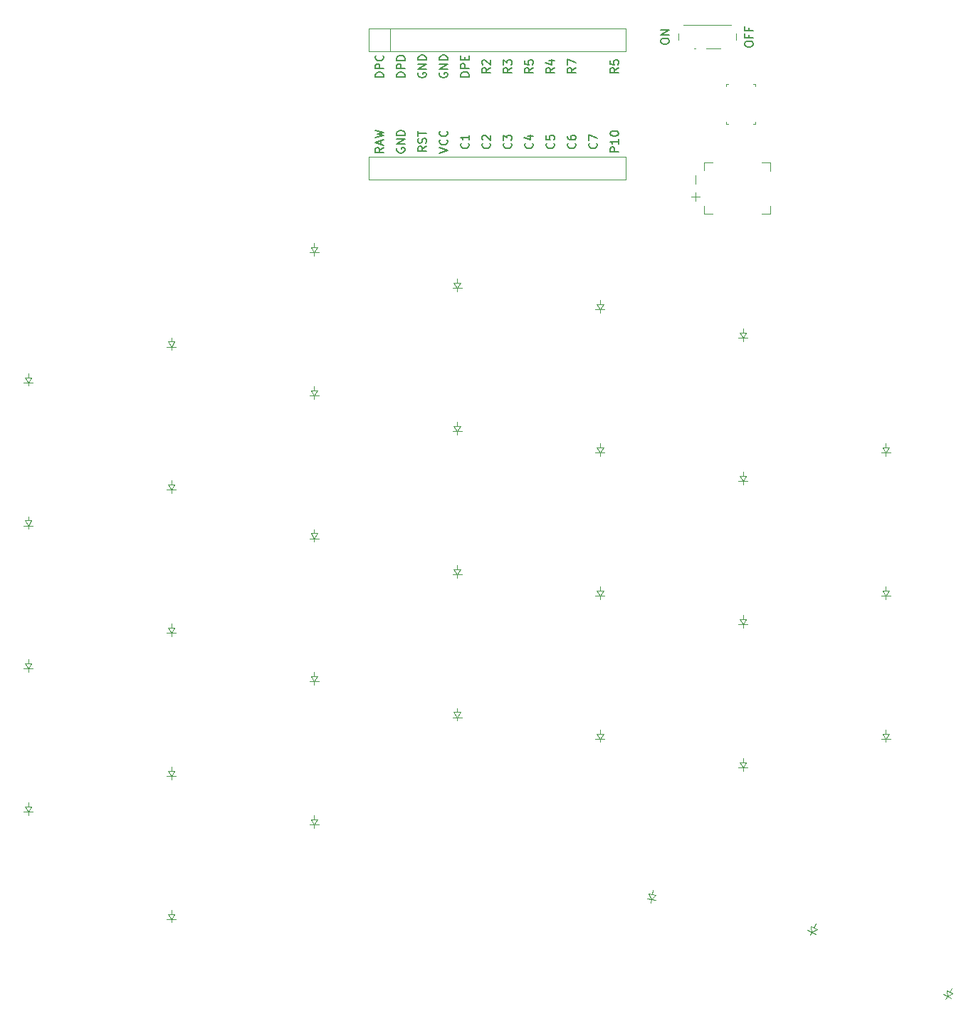
<source format=gto>
G04 #@! TF.GenerationSoftware,KiCad,Pcbnew,9.0.7+1*
G04 #@! TF.CreationDate,2026-02-15T05:04:03+00:00*
G04 #@! TF.ProjectId,left_pcb,6c656674-5f70-4636-922e-6b696361645f,v0.2*
G04 #@! TF.SameCoordinates,Original*
G04 #@! TF.FileFunction,Legend,Top*
G04 #@! TF.FilePolarity,Positive*
%FSLAX46Y46*%
G04 Gerber Fmt 4.6, Leading zero omitted, Abs format (unit mm)*
G04 Created by KiCad (PCBNEW 9.0.7+1) date 2026-02-15 05:04:03*
%MOMM*%
%LPD*%
G01*
G04 APERTURE LIST*
%ADD10C,0.150000*%
%ADD11C,0.100000*%
%ADD12C,0.120000*%
%ADD13C,5.100000*%
%ADD14C,2.000000*%
%ADD15C,3.100000*%
%ADD16C,1.800000*%
%ADD17O,1.850000X1.300000*%
%ADD18C,1.000000*%
%ADD19C,2.300000*%
G04 APERTURE END LIST*
D10*
X69504819Y-52930476D02*
X69028628Y-53263809D01*
X69504819Y-53501904D02*
X68504819Y-53501904D01*
X68504819Y-53501904D02*
X68504819Y-53120952D01*
X68504819Y-53120952D02*
X68552438Y-53025714D01*
X68552438Y-53025714D02*
X68600057Y-52978095D01*
X68600057Y-52978095D02*
X68695295Y-52930476D01*
X68695295Y-52930476D02*
X68838152Y-52930476D01*
X68838152Y-52930476D02*
X68933390Y-52978095D01*
X68933390Y-52978095D02*
X68981009Y-53025714D01*
X68981009Y-53025714D02*
X69028628Y-53120952D01*
X69028628Y-53120952D02*
X69028628Y-53501904D01*
X69219104Y-52549523D02*
X69219104Y-52073333D01*
X69504819Y-52644761D02*
X68504819Y-52311428D01*
X68504819Y-52311428D02*
X69504819Y-51978095D01*
X68504819Y-51739999D02*
X69504819Y-51501904D01*
X69504819Y-51501904D02*
X68790533Y-51311428D01*
X68790533Y-51311428D02*
X69504819Y-51120952D01*
X69504819Y-51120952D02*
X68504819Y-50882857D01*
X69504819Y-44561904D02*
X68504819Y-44561904D01*
X68504819Y-44561904D02*
X68504819Y-44323809D01*
X68504819Y-44323809D02*
X68552438Y-44180952D01*
X68552438Y-44180952D02*
X68647676Y-44085714D01*
X68647676Y-44085714D02*
X68742914Y-44038095D01*
X68742914Y-44038095D02*
X68933390Y-43990476D01*
X68933390Y-43990476D02*
X69076247Y-43990476D01*
X69076247Y-43990476D02*
X69266723Y-44038095D01*
X69266723Y-44038095D02*
X69361961Y-44085714D01*
X69361961Y-44085714D02*
X69457200Y-44180952D01*
X69457200Y-44180952D02*
X69504819Y-44323809D01*
X69504819Y-44323809D02*
X69504819Y-44561904D01*
X69504819Y-43561904D02*
X68504819Y-43561904D01*
X68504819Y-43561904D02*
X68504819Y-43180952D01*
X68504819Y-43180952D02*
X68552438Y-43085714D01*
X68552438Y-43085714D02*
X68600057Y-43038095D01*
X68600057Y-43038095D02*
X68695295Y-42990476D01*
X68695295Y-42990476D02*
X68838152Y-42990476D01*
X68838152Y-42990476D02*
X68933390Y-43038095D01*
X68933390Y-43038095D02*
X68981009Y-43085714D01*
X68981009Y-43085714D02*
X69028628Y-43180952D01*
X69028628Y-43180952D02*
X69028628Y-43561904D01*
X69409580Y-41990476D02*
X69457200Y-42038095D01*
X69457200Y-42038095D02*
X69504819Y-42180952D01*
X69504819Y-42180952D02*
X69504819Y-42276190D01*
X69504819Y-42276190D02*
X69457200Y-42419047D01*
X69457200Y-42419047D02*
X69361961Y-42514285D01*
X69361961Y-42514285D02*
X69266723Y-42561904D01*
X69266723Y-42561904D02*
X69076247Y-42609523D01*
X69076247Y-42609523D02*
X68933390Y-42609523D01*
X68933390Y-42609523D02*
X68742914Y-42561904D01*
X68742914Y-42561904D02*
X68647676Y-42514285D01*
X68647676Y-42514285D02*
X68552438Y-42419047D01*
X68552438Y-42419047D02*
X68504819Y-42276190D01*
X68504819Y-42276190D02*
X68504819Y-42180952D01*
X68504819Y-42180952D02*
X68552438Y-42038095D01*
X68552438Y-42038095D02*
X68600057Y-41990476D01*
X71092438Y-53001904D02*
X71044819Y-53097142D01*
X71044819Y-53097142D02*
X71044819Y-53239999D01*
X71044819Y-53239999D02*
X71092438Y-53382856D01*
X71092438Y-53382856D02*
X71187676Y-53478094D01*
X71187676Y-53478094D02*
X71282914Y-53525713D01*
X71282914Y-53525713D02*
X71473390Y-53573332D01*
X71473390Y-53573332D02*
X71616247Y-53573332D01*
X71616247Y-53573332D02*
X71806723Y-53525713D01*
X71806723Y-53525713D02*
X71901961Y-53478094D01*
X71901961Y-53478094D02*
X71997200Y-53382856D01*
X71997200Y-53382856D02*
X72044819Y-53239999D01*
X72044819Y-53239999D02*
X72044819Y-53144761D01*
X72044819Y-53144761D02*
X71997200Y-53001904D01*
X71997200Y-53001904D02*
X71949580Y-52954285D01*
X71949580Y-52954285D02*
X71616247Y-52954285D01*
X71616247Y-52954285D02*
X71616247Y-53144761D01*
X72044819Y-52525713D02*
X71044819Y-52525713D01*
X71044819Y-52525713D02*
X72044819Y-51954285D01*
X72044819Y-51954285D02*
X71044819Y-51954285D01*
X72044819Y-51478094D02*
X71044819Y-51478094D01*
X71044819Y-51478094D02*
X71044819Y-51239999D01*
X71044819Y-51239999D02*
X71092438Y-51097142D01*
X71092438Y-51097142D02*
X71187676Y-51001904D01*
X71187676Y-51001904D02*
X71282914Y-50954285D01*
X71282914Y-50954285D02*
X71473390Y-50906666D01*
X71473390Y-50906666D02*
X71616247Y-50906666D01*
X71616247Y-50906666D02*
X71806723Y-50954285D01*
X71806723Y-50954285D02*
X71901961Y-51001904D01*
X71901961Y-51001904D02*
X71997200Y-51097142D01*
X71997200Y-51097142D02*
X72044819Y-51239999D01*
X72044819Y-51239999D02*
X72044819Y-51478094D01*
X72044819Y-44561904D02*
X71044819Y-44561904D01*
X71044819Y-44561904D02*
X71044819Y-44323809D01*
X71044819Y-44323809D02*
X71092438Y-44180952D01*
X71092438Y-44180952D02*
X71187676Y-44085714D01*
X71187676Y-44085714D02*
X71282914Y-44038095D01*
X71282914Y-44038095D02*
X71473390Y-43990476D01*
X71473390Y-43990476D02*
X71616247Y-43990476D01*
X71616247Y-43990476D02*
X71806723Y-44038095D01*
X71806723Y-44038095D02*
X71901961Y-44085714D01*
X71901961Y-44085714D02*
X71997200Y-44180952D01*
X71997200Y-44180952D02*
X72044819Y-44323809D01*
X72044819Y-44323809D02*
X72044819Y-44561904D01*
X72044819Y-43561904D02*
X71044819Y-43561904D01*
X71044819Y-43561904D02*
X71044819Y-43180952D01*
X71044819Y-43180952D02*
X71092438Y-43085714D01*
X71092438Y-43085714D02*
X71140057Y-43038095D01*
X71140057Y-43038095D02*
X71235295Y-42990476D01*
X71235295Y-42990476D02*
X71378152Y-42990476D01*
X71378152Y-42990476D02*
X71473390Y-43038095D01*
X71473390Y-43038095D02*
X71521009Y-43085714D01*
X71521009Y-43085714D02*
X71568628Y-43180952D01*
X71568628Y-43180952D02*
X71568628Y-43561904D01*
X72044819Y-42561904D02*
X71044819Y-42561904D01*
X71044819Y-42561904D02*
X71044819Y-42323809D01*
X71044819Y-42323809D02*
X71092438Y-42180952D01*
X71092438Y-42180952D02*
X71187676Y-42085714D01*
X71187676Y-42085714D02*
X71282914Y-42038095D01*
X71282914Y-42038095D02*
X71473390Y-41990476D01*
X71473390Y-41990476D02*
X71616247Y-41990476D01*
X71616247Y-41990476D02*
X71806723Y-42038095D01*
X71806723Y-42038095D02*
X71901961Y-42085714D01*
X71901961Y-42085714D02*
X71997200Y-42180952D01*
X71997200Y-42180952D02*
X72044819Y-42323809D01*
X72044819Y-42323809D02*
X72044819Y-42561904D01*
X74584819Y-52787619D02*
X74108628Y-53120952D01*
X74584819Y-53359047D02*
X73584819Y-53359047D01*
X73584819Y-53359047D02*
X73584819Y-52978095D01*
X73584819Y-52978095D02*
X73632438Y-52882857D01*
X73632438Y-52882857D02*
X73680057Y-52835238D01*
X73680057Y-52835238D02*
X73775295Y-52787619D01*
X73775295Y-52787619D02*
X73918152Y-52787619D01*
X73918152Y-52787619D02*
X74013390Y-52835238D01*
X74013390Y-52835238D02*
X74061009Y-52882857D01*
X74061009Y-52882857D02*
X74108628Y-52978095D01*
X74108628Y-52978095D02*
X74108628Y-53359047D01*
X74537200Y-52406666D02*
X74584819Y-52263809D01*
X74584819Y-52263809D02*
X74584819Y-52025714D01*
X74584819Y-52025714D02*
X74537200Y-51930476D01*
X74537200Y-51930476D02*
X74489580Y-51882857D01*
X74489580Y-51882857D02*
X74394342Y-51835238D01*
X74394342Y-51835238D02*
X74299104Y-51835238D01*
X74299104Y-51835238D02*
X74203866Y-51882857D01*
X74203866Y-51882857D02*
X74156247Y-51930476D01*
X74156247Y-51930476D02*
X74108628Y-52025714D01*
X74108628Y-52025714D02*
X74061009Y-52216190D01*
X74061009Y-52216190D02*
X74013390Y-52311428D01*
X74013390Y-52311428D02*
X73965771Y-52359047D01*
X73965771Y-52359047D02*
X73870533Y-52406666D01*
X73870533Y-52406666D02*
X73775295Y-52406666D01*
X73775295Y-52406666D02*
X73680057Y-52359047D01*
X73680057Y-52359047D02*
X73632438Y-52311428D01*
X73632438Y-52311428D02*
X73584819Y-52216190D01*
X73584819Y-52216190D02*
X73584819Y-51978095D01*
X73584819Y-51978095D02*
X73632438Y-51835238D01*
X73584819Y-51549523D02*
X73584819Y-50978095D01*
X74584819Y-51263809D02*
X73584819Y-51263809D01*
X73632438Y-44061904D02*
X73584819Y-44157142D01*
X73584819Y-44157142D02*
X73584819Y-44299999D01*
X73584819Y-44299999D02*
X73632438Y-44442856D01*
X73632438Y-44442856D02*
X73727676Y-44538094D01*
X73727676Y-44538094D02*
X73822914Y-44585713D01*
X73822914Y-44585713D02*
X74013390Y-44633332D01*
X74013390Y-44633332D02*
X74156247Y-44633332D01*
X74156247Y-44633332D02*
X74346723Y-44585713D01*
X74346723Y-44585713D02*
X74441961Y-44538094D01*
X74441961Y-44538094D02*
X74537200Y-44442856D01*
X74537200Y-44442856D02*
X74584819Y-44299999D01*
X74584819Y-44299999D02*
X74584819Y-44204761D01*
X74584819Y-44204761D02*
X74537200Y-44061904D01*
X74537200Y-44061904D02*
X74489580Y-44014285D01*
X74489580Y-44014285D02*
X74156247Y-44014285D01*
X74156247Y-44014285D02*
X74156247Y-44204761D01*
X74584819Y-43585713D02*
X73584819Y-43585713D01*
X73584819Y-43585713D02*
X74584819Y-43014285D01*
X74584819Y-43014285D02*
X73584819Y-43014285D01*
X74584819Y-42538094D02*
X73584819Y-42538094D01*
X73584819Y-42538094D02*
X73584819Y-42299999D01*
X73584819Y-42299999D02*
X73632438Y-42157142D01*
X73632438Y-42157142D02*
X73727676Y-42061904D01*
X73727676Y-42061904D02*
X73822914Y-42014285D01*
X73822914Y-42014285D02*
X74013390Y-41966666D01*
X74013390Y-41966666D02*
X74156247Y-41966666D01*
X74156247Y-41966666D02*
X74346723Y-42014285D01*
X74346723Y-42014285D02*
X74441961Y-42061904D01*
X74441961Y-42061904D02*
X74537200Y-42157142D01*
X74537200Y-42157142D02*
X74584819Y-42299999D01*
X74584819Y-42299999D02*
X74584819Y-42538094D01*
X76124819Y-53573332D02*
X77124819Y-53239999D01*
X77124819Y-53239999D02*
X76124819Y-52906666D01*
X77029580Y-52001904D02*
X77077200Y-52049523D01*
X77077200Y-52049523D02*
X77124819Y-52192380D01*
X77124819Y-52192380D02*
X77124819Y-52287618D01*
X77124819Y-52287618D02*
X77077200Y-52430475D01*
X77077200Y-52430475D02*
X76981961Y-52525713D01*
X76981961Y-52525713D02*
X76886723Y-52573332D01*
X76886723Y-52573332D02*
X76696247Y-52620951D01*
X76696247Y-52620951D02*
X76553390Y-52620951D01*
X76553390Y-52620951D02*
X76362914Y-52573332D01*
X76362914Y-52573332D02*
X76267676Y-52525713D01*
X76267676Y-52525713D02*
X76172438Y-52430475D01*
X76172438Y-52430475D02*
X76124819Y-52287618D01*
X76124819Y-52287618D02*
X76124819Y-52192380D01*
X76124819Y-52192380D02*
X76172438Y-52049523D01*
X76172438Y-52049523D02*
X76220057Y-52001904D01*
X77029580Y-51001904D02*
X77077200Y-51049523D01*
X77077200Y-51049523D02*
X77124819Y-51192380D01*
X77124819Y-51192380D02*
X77124819Y-51287618D01*
X77124819Y-51287618D02*
X77077200Y-51430475D01*
X77077200Y-51430475D02*
X76981961Y-51525713D01*
X76981961Y-51525713D02*
X76886723Y-51573332D01*
X76886723Y-51573332D02*
X76696247Y-51620951D01*
X76696247Y-51620951D02*
X76553390Y-51620951D01*
X76553390Y-51620951D02*
X76362914Y-51573332D01*
X76362914Y-51573332D02*
X76267676Y-51525713D01*
X76267676Y-51525713D02*
X76172438Y-51430475D01*
X76172438Y-51430475D02*
X76124819Y-51287618D01*
X76124819Y-51287618D02*
X76124819Y-51192380D01*
X76124819Y-51192380D02*
X76172438Y-51049523D01*
X76172438Y-51049523D02*
X76220057Y-51001904D01*
X76172438Y-44061904D02*
X76124819Y-44157142D01*
X76124819Y-44157142D02*
X76124819Y-44299999D01*
X76124819Y-44299999D02*
X76172438Y-44442856D01*
X76172438Y-44442856D02*
X76267676Y-44538094D01*
X76267676Y-44538094D02*
X76362914Y-44585713D01*
X76362914Y-44585713D02*
X76553390Y-44633332D01*
X76553390Y-44633332D02*
X76696247Y-44633332D01*
X76696247Y-44633332D02*
X76886723Y-44585713D01*
X76886723Y-44585713D02*
X76981961Y-44538094D01*
X76981961Y-44538094D02*
X77077200Y-44442856D01*
X77077200Y-44442856D02*
X77124819Y-44299999D01*
X77124819Y-44299999D02*
X77124819Y-44204761D01*
X77124819Y-44204761D02*
X77077200Y-44061904D01*
X77077200Y-44061904D02*
X77029580Y-44014285D01*
X77029580Y-44014285D02*
X76696247Y-44014285D01*
X76696247Y-44014285D02*
X76696247Y-44204761D01*
X77124819Y-43585713D02*
X76124819Y-43585713D01*
X76124819Y-43585713D02*
X77124819Y-43014285D01*
X77124819Y-43014285D02*
X76124819Y-43014285D01*
X77124819Y-42538094D02*
X76124819Y-42538094D01*
X76124819Y-42538094D02*
X76124819Y-42299999D01*
X76124819Y-42299999D02*
X76172438Y-42157142D01*
X76172438Y-42157142D02*
X76267676Y-42061904D01*
X76267676Y-42061904D02*
X76362914Y-42014285D01*
X76362914Y-42014285D02*
X76553390Y-41966666D01*
X76553390Y-41966666D02*
X76696247Y-41966666D01*
X76696247Y-41966666D02*
X76886723Y-42014285D01*
X76886723Y-42014285D02*
X76981961Y-42061904D01*
X76981961Y-42061904D02*
X77077200Y-42157142D01*
X77077200Y-42157142D02*
X77124819Y-42299999D01*
X77124819Y-42299999D02*
X77124819Y-42538094D01*
X79569580Y-52406666D02*
X79617200Y-52454285D01*
X79617200Y-52454285D02*
X79664819Y-52597142D01*
X79664819Y-52597142D02*
X79664819Y-52692380D01*
X79664819Y-52692380D02*
X79617200Y-52835237D01*
X79617200Y-52835237D02*
X79521961Y-52930475D01*
X79521961Y-52930475D02*
X79426723Y-52978094D01*
X79426723Y-52978094D02*
X79236247Y-53025713D01*
X79236247Y-53025713D02*
X79093390Y-53025713D01*
X79093390Y-53025713D02*
X78902914Y-52978094D01*
X78902914Y-52978094D02*
X78807676Y-52930475D01*
X78807676Y-52930475D02*
X78712438Y-52835237D01*
X78712438Y-52835237D02*
X78664819Y-52692380D01*
X78664819Y-52692380D02*
X78664819Y-52597142D01*
X78664819Y-52597142D02*
X78712438Y-52454285D01*
X78712438Y-52454285D02*
X78760057Y-52406666D01*
X79664819Y-51454285D02*
X79664819Y-52025713D01*
X79664819Y-51739999D02*
X78664819Y-51739999D01*
X78664819Y-51739999D02*
X78807676Y-51835237D01*
X78807676Y-51835237D02*
X78902914Y-51930475D01*
X78902914Y-51930475D02*
X78950533Y-52025713D01*
X79664819Y-44514285D02*
X78664819Y-44514285D01*
X78664819Y-44514285D02*
X78664819Y-44276190D01*
X78664819Y-44276190D02*
X78712438Y-44133333D01*
X78712438Y-44133333D02*
X78807676Y-44038095D01*
X78807676Y-44038095D02*
X78902914Y-43990476D01*
X78902914Y-43990476D02*
X79093390Y-43942857D01*
X79093390Y-43942857D02*
X79236247Y-43942857D01*
X79236247Y-43942857D02*
X79426723Y-43990476D01*
X79426723Y-43990476D02*
X79521961Y-44038095D01*
X79521961Y-44038095D02*
X79617200Y-44133333D01*
X79617200Y-44133333D02*
X79664819Y-44276190D01*
X79664819Y-44276190D02*
X79664819Y-44514285D01*
X79664819Y-43514285D02*
X78664819Y-43514285D01*
X78664819Y-43514285D02*
X78664819Y-43133333D01*
X78664819Y-43133333D02*
X78712438Y-43038095D01*
X78712438Y-43038095D02*
X78760057Y-42990476D01*
X78760057Y-42990476D02*
X78855295Y-42942857D01*
X78855295Y-42942857D02*
X78998152Y-42942857D01*
X78998152Y-42942857D02*
X79093390Y-42990476D01*
X79093390Y-42990476D02*
X79141009Y-43038095D01*
X79141009Y-43038095D02*
X79188628Y-43133333D01*
X79188628Y-43133333D02*
X79188628Y-43514285D01*
X79141009Y-42514285D02*
X79141009Y-42180952D01*
X79664819Y-42038095D02*
X79664819Y-42514285D01*
X79664819Y-42514285D02*
X78664819Y-42514285D01*
X78664819Y-42514285D02*
X78664819Y-42038095D01*
X82109580Y-52406666D02*
X82157200Y-52454285D01*
X82157200Y-52454285D02*
X82204819Y-52597142D01*
X82204819Y-52597142D02*
X82204819Y-52692380D01*
X82204819Y-52692380D02*
X82157200Y-52835237D01*
X82157200Y-52835237D02*
X82061961Y-52930475D01*
X82061961Y-52930475D02*
X81966723Y-52978094D01*
X81966723Y-52978094D02*
X81776247Y-53025713D01*
X81776247Y-53025713D02*
X81633390Y-53025713D01*
X81633390Y-53025713D02*
X81442914Y-52978094D01*
X81442914Y-52978094D02*
X81347676Y-52930475D01*
X81347676Y-52930475D02*
X81252438Y-52835237D01*
X81252438Y-52835237D02*
X81204819Y-52692380D01*
X81204819Y-52692380D02*
X81204819Y-52597142D01*
X81204819Y-52597142D02*
X81252438Y-52454285D01*
X81252438Y-52454285D02*
X81300057Y-52406666D01*
X81300057Y-52025713D02*
X81252438Y-51978094D01*
X81252438Y-51978094D02*
X81204819Y-51882856D01*
X81204819Y-51882856D02*
X81204819Y-51644761D01*
X81204819Y-51644761D02*
X81252438Y-51549523D01*
X81252438Y-51549523D02*
X81300057Y-51501904D01*
X81300057Y-51501904D02*
X81395295Y-51454285D01*
X81395295Y-51454285D02*
X81490533Y-51454285D01*
X81490533Y-51454285D02*
X81633390Y-51501904D01*
X81633390Y-51501904D02*
X82204819Y-52073332D01*
X82204819Y-52073332D02*
X82204819Y-51454285D01*
X82204819Y-43466666D02*
X81728628Y-43799999D01*
X82204819Y-44038094D02*
X81204819Y-44038094D01*
X81204819Y-44038094D02*
X81204819Y-43657142D01*
X81204819Y-43657142D02*
X81252438Y-43561904D01*
X81252438Y-43561904D02*
X81300057Y-43514285D01*
X81300057Y-43514285D02*
X81395295Y-43466666D01*
X81395295Y-43466666D02*
X81538152Y-43466666D01*
X81538152Y-43466666D02*
X81633390Y-43514285D01*
X81633390Y-43514285D02*
X81681009Y-43561904D01*
X81681009Y-43561904D02*
X81728628Y-43657142D01*
X81728628Y-43657142D02*
X81728628Y-44038094D01*
X81300057Y-43085713D02*
X81252438Y-43038094D01*
X81252438Y-43038094D02*
X81204819Y-42942856D01*
X81204819Y-42942856D02*
X81204819Y-42704761D01*
X81204819Y-42704761D02*
X81252438Y-42609523D01*
X81252438Y-42609523D02*
X81300057Y-42561904D01*
X81300057Y-42561904D02*
X81395295Y-42514285D01*
X81395295Y-42514285D02*
X81490533Y-42514285D01*
X81490533Y-42514285D02*
X81633390Y-42561904D01*
X81633390Y-42561904D02*
X82204819Y-43133332D01*
X82204819Y-43133332D02*
X82204819Y-42514285D01*
X84649580Y-52406666D02*
X84697200Y-52454285D01*
X84697200Y-52454285D02*
X84744819Y-52597142D01*
X84744819Y-52597142D02*
X84744819Y-52692380D01*
X84744819Y-52692380D02*
X84697200Y-52835237D01*
X84697200Y-52835237D02*
X84601961Y-52930475D01*
X84601961Y-52930475D02*
X84506723Y-52978094D01*
X84506723Y-52978094D02*
X84316247Y-53025713D01*
X84316247Y-53025713D02*
X84173390Y-53025713D01*
X84173390Y-53025713D02*
X83982914Y-52978094D01*
X83982914Y-52978094D02*
X83887676Y-52930475D01*
X83887676Y-52930475D02*
X83792438Y-52835237D01*
X83792438Y-52835237D02*
X83744819Y-52692380D01*
X83744819Y-52692380D02*
X83744819Y-52597142D01*
X83744819Y-52597142D02*
X83792438Y-52454285D01*
X83792438Y-52454285D02*
X83840057Y-52406666D01*
X83744819Y-52073332D02*
X83744819Y-51454285D01*
X83744819Y-51454285D02*
X84125771Y-51787618D01*
X84125771Y-51787618D02*
X84125771Y-51644761D01*
X84125771Y-51644761D02*
X84173390Y-51549523D01*
X84173390Y-51549523D02*
X84221009Y-51501904D01*
X84221009Y-51501904D02*
X84316247Y-51454285D01*
X84316247Y-51454285D02*
X84554342Y-51454285D01*
X84554342Y-51454285D02*
X84649580Y-51501904D01*
X84649580Y-51501904D02*
X84697200Y-51549523D01*
X84697200Y-51549523D02*
X84744819Y-51644761D01*
X84744819Y-51644761D02*
X84744819Y-51930475D01*
X84744819Y-51930475D02*
X84697200Y-52025713D01*
X84697200Y-52025713D02*
X84649580Y-52073332D01*
X84744819Y-43466666D02*
X84268628Y-43799999D01*
X84744819Y-44038094D02*
X83744819Y-44038094D01*
X83744819Y-44038094D02*
X83744819Y-43657142D01*
X83744819Y-43657142D02*
X83792438Y-43561904D01*
X83792438Y-43561904D02*
X83840057Y-43514285D01*
X83840057Y-43514285D02*
X83935295Y-43466666D01*
X83935295Y-43466666D02*
X84078152Y-43466666D01*
X84078152Y-43466666D02*
X84173390Y-43514285D01*
X84173390Y-43514285D02*
X84221009Y-43561904D01*
X84221009Y-43561904D02*
X84268628Y-43657142D01*
X84268628Y-43657142D02*
X84268628Y-44038094D01*
X83744819Y-43133332D02*
X83744819Y-42514285D01*
X83744819Y-42514285D02*
X84125771Y-42847618D01*
X84125771Y-42847618D02*
X84125771Y-42704761D01*
X84125771Y-42704761D02*
X84173390Y-42609523D01*
X84173390Y-42609523D02*
X84221009Y-42561904D01*
X84221009Y-42561904D02*
X84316247Y-42514285D01*
X84316247Y-42514285D02*
X84554342Y-42514285D01*
X84554342Y-42514285D02*
X84649580Y-42561904D01*
X84649580Y-42561904D02*
X84697200Y-42609523D01*
X84697200Y-42609523D02*
X84744819Y-42704761D01*
X84744819Y-42704761D02*
X84744819Y-42990475D01*
X84744819Y-42990475D02*
X84697200Y-43085713D01*
X84697200Y-43085713D02*
X84649580Y-43133332D01*
X87189580Y-52406666D02*
X87237200Y-52454285D01*
X87237200Y-52454285D02*
X87284819Y-52597142D01*
X87284819Y-52597142D02*
X87284819Y-52692380D01*
X87284819Y-52692380D02*
X87237200Y-52835237D01*
X87237200Y-52835237D02*
X87141961Y-52930475D01*
X87141961Y-52930475D02*
X87046723Y-52978094D01*
X87046723Y-52978094D02*
X86856247Y-53025713D01*
X86856247Y-53025713D02*
X86713390Y-53025713D01*
X86713390Y-53025713D02*
X86522914Y-52978094D01*
X86522914Y-52978094D02*
X86427676Y-52930475D01*
X86427676Y-52930475D02*
X86332438Y-52835237D01*
X86332438Y-52835237D02*
X86284819Y-52692380D01*
X86284819Y-52692380D02*
X86284819Y-52597142D01*
X86284819Y-52597142D02*
X86332438Y-52454285D01*
X86332438Y-52454285D02*
X86380057Y-52406666D01*
X86618152Y-51549523D02*
X87284819Y-51549523D01*
X86237200Y-51787618D02*
X86951485Y-52025713D01*
X86951485Y-52025713D02*
X86951485Y-51406666D01*
X87284819Y-43466666D02*
X86808628Y-43799999D01*
X87284819Y-44038094D02*
X86284819Y-44038094D01*
X86284819Y-44038094D02*
X86284819Y-43657142D01*
X86284819Y-43657142D02*
X86332438Y-43561904D01*
X86332438Y-43561904D02*
X86380057Y-43514285D01*
X86380057Y-43514285D02*
X86475295Y-43466666D01*
X86475295Y-43466666D02*
X86618152Y-43466666D01*
X86618152Y-43466666D02*
X86713390Y-43514285D01*
X86713390Y-43514285D02*
X86761009Y-43561904D01*
X86761009Y-43561904D02*
X86808628Y-43657142D01*
X86808628Y-43657142D02*
X86808628Y-44038094D01*
X86284819Y-42561904D02*
X86284819Y-43038094D01*
X86284819Y-43038094D02*
X86761009Y-43085713D01*
X86761009Y-43085713D02*
X86713390Y-43038094D01*
X86713390Y-43038094D02*
X86665771Y-42942856D01*
X86665771Y-42942856D02*
X86665771Y-42704761D01*
X86665771Y-42704761D02*
X86713390Y-42609523D01*
X86713390Y-42609523D02*
X86761009Y-42561904D01*
X86761009Y-42561904D02*
X86856247Y-42514285D01*
X86856247Y-42514285D02*
X87094342Y-42514285D01*
X87094342Y-42514285D02*
X87189580Y-42561904D01*
X87189580Y-42561904D02*
X87237200Y-42609523D01*
X87237200Y-42609523D02*
X87284819Y-42704761D01*
X87284819Y-42704761D02*
X87284819Y-42942856D01*
X87284819Y-42942856D02*
X87237200Y-43038094D01*
X87237200Y-43038094D02*
X87189580Y-43085713D01*
X89729580Y-52406666D02*
X89777200Y-52454285D01*
X89777200Y-52454285D02*
X89824819Y-52597142D01*
X89824819Y-52597142D02*
X89824819Y-52692380D01*
X89824819Y-52692380D02*
X89777200Y-52835237D01*
X89777200Y-52835237D02*
X89681961Y-52930475D01*
X89681961Y-52930475D02*
X89586723Y-52978094D01*
X89586723Y-52978094D02*
X89396247Y-53025713D01*
X89396247Y-53025713D02*
X89253390Y-53025713D01*
X89253390Y-53025713D02*
X89062914Y-52978094D01*
X89062914Y-52978094D02*
X88967676Y-52930475D01*
X88967676Y-52930475D02*
X88872438Y-52835237D01*
X88872438Y-52835237D02*
X88824819Y-52692380D01*
X88824819Y-52692380D02*
X88824819Y-52597142D01*
X88824819Y-52597142D02*
X88872438Y-52454285D01*
X88872438Y-52454285D02*
X88920057Y-52406666D01*
X88824819Y-51501904D02*
X88824819Y-51978094D01*
X88824819Y-51978094D02*
X89301009Y-52025713D01*
X89301009Y-52025713D02*
X89253390Y-51978094D01*
X89253390Y-51978094D02*
X89205771Y-51882856D01*
X89205771Y-51882856D02*
X89205771Y-51644761D01*
X89205771Y-51644761D02*
X89253390Y-51549523D01*
X89253390Y-51549523D02*
X89301009Y-51501904D01*
X89301009Y-51501904D02*
X89396247Y-51454285D01*
X89396247Y-51454285D02*
X89634342Y-51454285D01*
X89634342Y-51454285D02*
X89729580Y-51501904D01*
X89729580Y-51501904D02*
X89777200Y-51549523D01*
X89777200Y-51549523D02*
X89824819Y-51644761D01*
X89824819Y-51644761D02*
X89824819Y-51882856D01*
X89824819Y-51882856D02*
X89777200Y-51978094D01*
X89777200Y-51978094D02*
X89729580Y-52025713D01*
X89824819Y-43466666D02*
X89348628Y-43799999D01*
X89824819Y-44038094D02*
X88824819Y-44038094D01*
X88824819Y-44038094D02*
X88824819Y-43657142D01*
X88824819Y-43657142D02*
X88872438Y-43561904D01*
X88872438Y-43561904D02*
X88920057Y-43514285D01*
X88920057Y-43514285D02*
X89015295Y-43466666D01*
X89015295Y-43466666D02*
X89158152Y-43466666D01*
X89158152Y-43466666D02*
X89253390Y-43514285D01*
X89253390Y-43514285D02*
X89301009Y-43561904D01*
X89301009Y-43561904D02*
X89348628Y-43657142D01*
X89348628Y-43657142D02*
X89348628Y-44038094D01*
X89158152Y-42609523D02*
X89824819Y-42609523D01*
X88777200Y-42847618D02*
X89491485Y-43085713D01*
X89491485Y-43085713D02*
X89491485Y-42466666D01*
X92269580Y-52406666D02*
X92317200Y-52454285D01*
X92317200Y-52454285D02*
X92364819Y-52597142D01*
X92364819Y-52597142D02*
X92364819Y-52692380D01*
X92364819Y-52692380D02*
X92317200Y-52835237D01*
X92317200Y-52835237D02*
X92221961Y-52930475D01*
X92221961Y-52930475D02*
X92126723Y-52978094D01*
X92126723Y-52978094D02*
X91936247Y-53025713D01*
X91936247Y-53025713D02*
X91793390Y-53025713D01*
X91793390Y-53025713D02*
X91602914Y-52978094D01*
X91602914Y-52978094D02*
X91507676Y-52930475D01*
X91507676Y-52930475D02*
X91412438Y-52835237D01*
X91412438Y-52835237D02*
X91364819Y-52692380D01*
X91364819Y-52692380D02*
X91364819Y-52597142D01*
X91364819Y-52597142D02*
X91412438Y-52454285D01*
X91412438Y-52454285D02*
X91460057Y-52406666D01*
X91364819Y-51549523D02*
X91364819Y-51739999D01*
X91364819Y-51739999D02*
X91412438Y-51835237D01*
X91412438Y-51835237D02*
X91460057Y-51882856D01*
X91460057Y-51882856D02*
X91602914Y-51978094D01*
X91602914Y-51978094D02*
X91793390Y-52025713D01*
X91793390Y-52025713D02*
X92174342Y-52025713D01*
X92174342Y-52025713D02*
X92269580Y-51978094D01*
X92269580Y-51978094D02*
X92317200Y-51930475D01*
X92317200Y-51930475D02*
X92364819Y-51835237D01*
X92364819Y-51835237D02*
X92364819Y-51644761D01*
X92364819Y-51644761D02*
X92317200Y-51549523D01*
X92317200Y-51549523D02*
X92269580Y-51501904D01*
X92269580Y-51501904D02*
X92174342Y-51454285D01*
X92174342Y-51454285D02*
X91936247Y-51454285D01*
X91936247Y-51454285D02*
X91841009Y-51501904D01*
X91841009Y-51501904D02*
X91793390Y-51549523D01*
X91793390Y-51549523D02*
X91745771Y-51644761D01*
X91745771Y-51644761D02*
X91745771Y-51835237D01*
X91745771Y-51835237D02*
X91793390Y-51930475D01*
X91793390Y-51930475D02*
X91841009Y-51978094D01*
X91841009Y-51978094D02*
X91936247Y-52025713D01*
X92364819Y-43466666D02*
X91888628Y-43799999D01*
X92364819Y-44038094D02*
X91364819Y-44038094D01*
X91364819Y-44038094D02*
X91364819Y-43657142D01*
X91364819Y-43657142D02*
X91412438Y-43561904D01*
X91412438Y-43561904D02*
X91460057Y-43514285D01*
X91460057Y-43514285D02*
X91555295Y-43466666D01*
X91555295Y-43466666D02*
X91698152Y-43466666D01*
X91698152Y-43466666D02*
X91793390Y-43514285D01*
X91793390Y-43514285D02*
X91841009Y-43561904D01*
X91841009Y-43561904D02*
X91888628Y-43657142D01*
X91888628Y-43657142D02*
X91888628Y-44038094D01*
X91364819Y-43133332D02*
X91364819Y-42466666D01*
X91364819Y-42466666D02*
X92364819Y-42895237D01*
X94809580Y-52406666D02*
X94857200Y-52454285D01*
X94857200Y-52454285D02*
X94904819Y-52597142D01*
X94904819Y-52597142D02*
X94904819Y-52692380D01*
X94904819Y-52692380D02*
X94857200Y-52835237D01*
X94857200Y-52835237D02*
X94761961Y-52930475D01*
X94761961Y-52930475D02*
X94666723Y-52978094D01*
X94666723Y-52978094D02*
X94476247Y-53025713D01*
X94476247Y-53025713D02*
X94333390Y-53025713D01*
X94333390Y-53025713D02*
X94142914Y-52978094D01*
X94142914Y-52978094D02*
X94047676Y-52930475D01*
X94047676Y-52930475D02*
X93952438Y-52835237D01*
X93952438Y-52835237D02*
X93904819Y-52692380D01*
X93904819Y-52692380D02*
X93904819Y-52597142D01*
X93904819Y-52597142D02*
X93952438Y-52454285D01*
X93952438Y-52454285D02*
X94000057Y-52406666D01*
X93904819Y-52073332D02*
X93904819Y-51406666D01*
X93904819Y-51406666D02*
X94904819Y-51835237D01*
X97444819Y-53454285D02*
X96444819Y-53454285D01*
X96444819Y-53454285D02*
X96444819Y-53073333D01*
X96444819Y-53073333D02*
X96492438Y-52978095D01*
X96492438Y-52978095D02*
X96540057Y-52930476D01*
X96540057Y-52930476D02*
X96635295Y-52882857D01*
X96635295Y-52882857D02*
X96778152Y-52882857D01*
X96778152Y-52882857D02*
X96873390Y-52930476D01*
X96873390Y-52930476D02*
X96921009Y-52978095D01*
X96921009Y-52978095D02*
X96968628Y-53073333D01*
X96968628Y-53073333D02*
X96968628Y-53454285D01*
X97444819Y-51930476D02*
X97444819Y-52501904D01*
X97444819Y-52216190D02*
X96444819Y-52216190D01*
X96444819Y-52216190D02*
X96587676Y-52311428D01*
X96587676Y-52311428D02*
X96682914Y-52406666D01*
X96682914Y-52406666D02*
X96730533Y-52501904D01*
X96444819Y-51311428D02*
X96444819Y-51216190D01*
X96444819Y-51216190D02*
X96492438Y-51120952D01*
X96492438Y-51120952D02*
X96540057Y-51073333D01*
X96540057Y-51073333D02*
X96635295Y-51025714D01*
X96635295Y-51025714D02*
X96825771Y-50978095D01*
X96825771Y-50978095D02*
X97063866Y-50978095D01*
X97063866Y-50978095D02*
X97254342Y-51025714D01*
X97254342Y-51025714D02*
X97349580Y-51073333D01*
X97349580Y-51073333D02*
X97397200Y-51120952D01*
X97397200Y-51120952D02*
X97444819Y-51216190D01*
X97444819Y-51216190D02*
X97444819Y-51311428D01*
X97444819Y-51311428D02*
X97397200Y-51406666D01*
X97397200Y-51406666D02*
X97349580Y-51454285D01*
X97349580Y-51454285D02*
X97254342Y-51501904D01*
X97254342Y-51501904D02*
X97063866Y-51549523D01*
X97063866Y-51549523D02*
X96825771Y-51549523D01*
X96825771Y-51549523D02*
X96635295Y-51501904D01*
X96635295Y-51501904D02*
X96540057Y-51454285D01*
X96540057Y-51454285D02*
X96492438Y-51406666D01*
X96492438Y-51406666D02*
X96444819Y-51311428D01*
X97444819Y-43466666D02*
X96968628Y-43799999D01*
X97444819Y-44038094D02*
X96444819Y-44038094D01*
X96444819Y-44038094D02*
X96444819Y-43657142D01*
X96444819Y-43657142D02*
X96492438Y-43561904D01*
X96492438Y-43561904D02*
X96540057Y-43514285D01*
X96540057Y-43514285D02*
X96635295Y-43466666D01*
X96635295Y-43466666D02*
X96778152Y-43466666D01*
X96778152Y-43466666D02*
X96873390Y-43514285D01*
X96873390Y-43514285D02*
X96921009Y-43561904D01*
X96921009Y-43561904D02*
X96968628Y-43657142D01*
X96968628Y-43657142D02*
X96968628Y-44038094D01*
X96444819Y-42561904D02*
X96444819Y-43038094D01*
X96444819Y-43038094D02*
X96921009Y-43085713D01*
X96921009Y-43085713D02*
X96873390Y-43038094D01*
X96873390Y-43038094D02*
X96825771Y-42942856D01*
X96825771Y-42942856D02*
X96825771Y-42704761D01*
X96825771Y-42704761D02*
X96873390Y-42609523D01*
X96873390Y-42609523D02*
X96921009Y-42561904D01*
X96921009Y-42561904D02*
X97016247Y-42514285D01*
X97016247Y-42514285D02*
X97254342Y-42514285D01*
X97254342Y-42514285D02*
X97349580Y-42561904D01*
X97349580Y-42561904D02*
X97397200Y-42609523D01*
X97397200Y-42609523D02*
X97444819Y-42704761D01*
X97444819Y-42704761D02*
X97444819Y-42942856D01*
X97444819Y-42942856D02*
X97397200Y-43038094D01*
X97397200Y-43038094D02*
X97349580Y-43085713D01*
X102454819Y-40389047D02*
X102454819Y-40198571D01*
X102454819Y-40198571D02*
X102502438Y-40103333D01*
X102502438Y-40103333D02*
X102597676Y-40008095D01*
X102597676Y-40008095D02*
X102788152Y-39960476D01*
X102788152Y-39960476D02*
X103121485Y-39960476D01*
X103121485Y-39960476D02*
X103311961Y-40008095D01*
X103311961Y-40008095D02*
X103407200Y-40103333D01*
X103407200Y-40103333D02*
X103454819Y-40198571D01*
X103454819Y-40198571D02*
X103454819Y-40389047D01*
X103454819Y-40389047D02*
X103407200Y-40484285D01*
X103407200Y-40484285D02*
X103311961Y-40579523D01*
X103311961Y-40579523D02*
X103121485Y-40627142D01*
X103121485Y-40627142D02*
X102788152Y-40627142D01*
X102788152Y-40627142D02*
X102597676Y-40579523D01*
X102597676Y-40579523D02*
X102502438Y-40484285D01*
X102502438Y-40484285D02*
X102454819Y-40389047D01*
X103454819Y-39531904D02*
X102454819Y-39531904D01*
X102454819Y-39531904D02*
X103454819Y-38960476D01*
X103454819Y-38960476D02*
X102454819Y-38960476D01*
X112454819Y-40722380D02*
X112454819Y-40531904D01*
X112454819Y-40531904D02*
X112502438Y-40436666D01*
X112502438Y-40436666D02*
X112597676Y-40341428D01*
X112597676Y-40341428D02*
X112788152Y-40293809D01*
X112788152Y-40293809D02*
X113121485Y-40293809D01*
X113121485Y-40293809D02*
X113311961Y-40341428D01*
X113311961Y-40341428D02*
X113407200Y-40436666D01*
X113407200Y-40436666D02*
X113454819Y-40531904D01*
X113454819Y-40531904D02*
X113454819Y-40722380D01*
X113454819Y-40722380D02*
X113407200Y-40817618D01*
X113407200Y-40817618D02*
X113311961Y-40912856D01*
X113311961Y-40912856D02*
X113121485Y-40960475D01*
X113121485Y-40960475D02*
X112788152Y-40960475D01*
X112788152Y-40960475D02*
X112597676Y-40912856D01*
X112597676Y-40912856D02*
X112502438Y-40817618D01*
X112502438Y-40817618D02*
X112454819Y-40722380D01*
X112931009Y-39531904D02*
X112931009Y-39865237D01*
X113454819Y-39865237D02*
X112454819Y-39865237D01*
X112454819Y-39865237D02*
X112454819Y-39389047D01*
X112931009Y-38674761D02*
X112931009Y-39008094D01*
X113454819Y-39008094D02*
X112454819Y-39008094D01*
X112454819Y-39008094D02*
X112454819Y-38531904D01*
D11*
X27250000Y-131250000D02*
X27250000Y-130750000D01*
X27650000Y-131250000D02*
X27250000Y-131850000D01*
X26850000Y-131250000D02*
X27650000Y-131250000D01*
X27250000Y-131850000D02*
X26850000Y-131250000D01*
X27250000Y-131850000D02*
X27800000Y-131850000D01*
X27250000Y-131850000D02*
X26700000Y-131850000D01*
X27250000Y-132250000D02*
X27250000Y-131850000D01*
X27250000Y-114250000D02*
X27250000Y-113750000D01*
X27650000Y-114250000D02*
X27250000Y-114850000D01*
X26850000Y-114250000D02*
X27650000Y-114250000D01*
X27250000Y-114850000D02*
X26850000Y-114250000D01*
X27250000Y-114850000D02*
X27800000Y-114850000D01*
X27250000Y-114850000D02*
X26700000Y-114850000D01*
X27250000Y-115250000D02*
X27250000Y-114850000D01*
X27250000Y-97250000D02*
X27250000Y-96750000D01*
X27650000Y-97250000D02*
X27250000Y-97850000D01*
X26850000Y-97250000D02*
X27650000Y-97250000D01*
X27250000Y-97850000D02*
X26850000Y-97250000D01*
X27250000Y-97850000D02*
X27800000Y-97850000D01*
X27250000Y-97850000D02*
X26700000Y-97850000D01*
X27250000Y-98250000D02*
X27250000Y-97850000D01*
X27250000Y-80250000D02*
X27250000Y-79750000D01*
X27650000Y-80250000D02*
X27250000Y-80850000D01*
X26850000Y-80250000D02*
X27650000Y-80250000D01*
X27250000Y-80850000D02*
X26850000Y-80250000D01*
X27250000Y-80850000D02*
X27800000Y-80850000D01*
X27250000Y-80850000D02*
X26700000Y-80850000D01*
X27250000Y-81250000D02*
X27250000Y-80850000D01*
X44250000Y-144000000D02*
X44250000Y-143500000D01*
X44650000Y-144000000D02*
X44250000Y-144600000D01*
X43850000Y-144000000D02*
X44650000Y-144000000D01*
X44250000Y-144600000D02*
X43850000Y-144000000D01*
X44250000Y-144600000D02*
X44800000Y-144600000D01*
X44250000Y-144600000D02*
X43700000Y-144600000D01*
X44250000Y-145000000D02*
X44250000Y-144600000D01*
X44250000Y-127000000D02*
X44250000Y-126500000D01*
X44650000Y-127000000D02*
X44250000Y-127600000D01*
X43850000Y-127000000D02*
X44650000Y-127000000D01*
X44250000Y-127600000D02*
X43850000Y-127000000D01*
X44250000Y-127600000D02*
X44800000Y-127600000D01*
X44250000Y-127600000D02*
X43700000Y-127600000D01*
X44250000Y-128000000D02*
X44250000Y-127600000D01*
X44250000Y-110000000D02*
X44250000Y-109500000D01*
X44650000Y-110000000D02*
X44250000Y-110600000D01*
X43850000Y-110000000D02*
X44650000Y-110000000D01*
X44250000Y-110600000D02*
X43850000Y-110000000D01*
X44250000Y-110600000D02*
X44800000Y-110600000D01*
X44250000Y-110600000D02*
X43700000Y-110600000D01*
X44250000Y-111000000D02*
X44250000Y-110600000D01*
X44250000Y-93000000D02*
X44250000Y-92500000D01*
X44650000Y-93000000D02*
X44250000Y-93600000D01*
X43850000Y-93000000D02*
X44650000Y-93000000D01*
X44250000Y-93600000D02*
X43850000Y-93000000D01*
X44250000Y-93600000D02*
X44800000Y-93600000D01*
X44250000Y-93600000D02*
X43700000Y-93600000D01*
X44250000Y-94000000D02*
X44250000Y-93600000D01*
X44250000Y-76000000D02*
X44250000Y-75500000D01*
X44650000Y-76000000D02*
X44250000Y-76600000D01*
X43850000Y-76000000D02*
X44650000Y-76000000D01*
X44250000Y-76600000D02*
X43850000Y-76000000D01*
X44250000Y-76600000D02*
X44800000Y-76600000D01*
X44250000Y-76600000D02*
X43700000Y-76600000D01*
X44250000Y-77000000D02*
X44250000Y-76600000D01*
X61250000Y-132780000D02*
X61250000Y-132280000D01*
X61650000Y-132780000D02*
X61250000Y-133380000D01*
X60850000Y-132780000D02*
X61650000Y-132780000D01*
X61250000Y-133380000D02*
X60850000Y-132780000D01*
X61250000Y-133380000D02*
X61800000Y-133380000D01*
X61250000Y-133380000D02*
X60700000Y-133380000D01*
X61250000Y-133780000D02*
X61250000Y-133380000D01*
X61250000Y-115780000D02*
X61250000Y-115280000D01*
X61650000Y-115780000D02*
X61250000Y-116380000D01*
X60850000Y-115780000D02*
X61650000Y-115780000D01*
X61250000Y-116380000D02*
X60850000Y-115780000D01*
X61250000Y-116380000D02*
X61800000Y-116380000D01*
X61250000Y-116380000D02*
X60700000Y-116380000D01*
X61250000Y-116780000D02*
X61250000Y-116380000D01*
X61250000Y-98780000D02*
X61250000Y-98280000D01*
X61650000Y-98780000D02*
X61250000Y-99380000D01*
X60850000Y-98780000D02*
X61650000Y-98780000D01*
X61250000Y-99380000D02*
X60850000Y-98780000D01*
X61250000Y-99380000D02*
X61800000Y-99380000D01*
X61250000Y-99380000D02*
X60700000Y-99380000D01*
X61250000Y-99780000D02*
X61250000Y-99380000D01*
X61250000Y-81780000D02*
X61250000Y-81280000D01*
X61650000Y-81780000D02*
X61250000Y-82380000D01*
X60850000Y-81780000D02*
X61650000Y-81780000D01*
X61250000Y-82380000D02*
X60850000Y-81780000D01*
X61250000Y-82380000D02*
X61800000Y-82380000D01*
X61250000Y-82380000D02*
X60700000Y-82380000D01*
X61250000Y-82780000D02*
X61250000Y-82380000D01*
X61250000Y-64780000D02*
X61250000Y-64280000D01*
X61650000Y-64780000D02*
X61250000Y-65380000D01*
X60850000Y-64780000D02*
X61650000Y-64780000D01*
X61250000Y-65380000D02*
X60850000Y-64780000D01*
X61250000Y-65380000D02*
X61800000Y-65380000D01*
X61250000Y-65380000D02*
X60700000Y-65380000D01*
X61250000Y-65780000D02*
X61250000Y-65380000D01*
X78250000Y-120030000D02*
X78250000Y-119530000D01*
X78650000Y-120030000D02*
X78250000Y-120630000D01*
X77850000Y-120030000D02*
X78650000Y-120030000D01*
X78250000Y-120630000D02*
X77850000Y-120030000D01*
X78250000Y-120630000D02*
X78800000Y-120630000D01*
X78250000Y-120630000D02*
X77700000Y-120630000D01*
X78250000Y-121030000D02*
X78250000Y-120630000D01*
X78250000Y-103030000D02*
X78250000Y-102530000D01*
X78650000Y-103030000D02*
X78250000Y-103630000D01*
X77850000Y-103030000D02*
X78650000Y-103030000D01*
X78250000Y-103630000D02*
X77850000Y-103030000D01*
X78250000Y-103630000D02*
X78800000Y-103630000D01*
X78250000Y-103630000D02*
X77700000Y-103630000D01*
X78250000Y-104030000D02*
X78250000Y-103630000D01*
X78250000Y-86030000D02*
X78250000Y-85530000D01*
X78650000Y-86030000D02*
X78250000Y-86630000D01*
X77850000Y-86030000D02*
X78650000Y-86030000D01*
X78250000Y-86630000D02*
X77850000Y-86030000D01*
X78250000Y-86630000D02*
X78800000Y-86630000D01*
X78250000Y-86630000D02*
X77700000Y-86630000D01*
X78250000Y-87030000D02*
X78250000Y-86630000D01*
X78250000Y-69030000D02*
X78250000Y-68530000D01*
X78650000Y-69030000D02*
X78250000Y-69630000D01*
X77850000Y-69030000D02*
X78650000Y-69030000D01*
X78250000Y-69630000D02*
X77850000Y-69030000D01*
X78250000Y-69630000D02*
X78800000Y-69630000D01*
X78250000Y-69630000D02*
X77700000Y-69630000D01*
X78250000Y-70030000D02*
X78250000Y-69630000D01*
X95250000Y-122580000D02*
X95250000Y-122080000D01*
X95650000Y-122580000D02*
X95250000Y-123180000D01*
X94850000Y-122580000D02*
X95650000Y-122580000D01*
X95250000Y-123180000D02*
X94850000Y-122580000D01*
X95250000Y-123180000D02*
X95800000Y-123180000D01*
X95250000Y-123180000D02*
X94700000Y-123180000D01*
X95250000Y-123580000D02*
X95250000Y-123180000D01*
X95250000Y-105580000D02*
X95250000Y-105080000D01*
X95650000Y-105580000D02*
X95250000Y-106180000D01*
X94850000Y-105580000D02*
X95650000Y-105580000D01*
X95250000Y-106180000D02*
X94850000Y-105580000D01*
X95250000Y-106180000D02*
X95800000Y-106180000D01*
X95250000Y-106180000D02*
X94700000Y-106180000D01*
X95250000Y-106580000D02*
X95250000Y-106180000D01*
X95250000Y-88580000D02*
X95250000Y-88080000D01*
X95650000Y-88580000D02*
X95250000Y-89180000D01*
X94850000Y-88580000D02*
X95650000Y-88580000D01*
X95250000Y-89180000D02*
X94850000Y-88580000D01*
X95250000Y-89180000D02*
X95800000Y-89180000D01*
X95250000Y-89180000D02*
X94700000Y-89180000D01*
X95250000Y-89580000D02*
X95250000Y-89180000D01*
X95250000Y-71580000D02*
X95250000Y-71080000D01*
X95650000Y-71580000D02*
X95250000Y-72180000D01*
X94850000Y-71580000D02*
X95650000Y-71580000D01*
X95250000Y-72180000D02*
X94850000Y-71580000D01*
X95250000Y-72180000D02*
X95800000Y-72180000D01*
X95250000Y-72180000D02*
X94700000Y-72180000D01*
X95250000Y-72580000D02*
X95250000Y-72180000D01*
X112250000Y-125980000D02*
X112250000Y-125480000D01*
X112650000Y-125980000D02*
X112250000Y-126580000D01*
X111850000Y-125980000D02*
X112650000Y-125980000D01*
X112250000Y-126580000D02*
X111850000Y-125980000D01*
X112250000Y-126580000D02*
X112800000Y-126580000D01*
X112250000Y-126580000D02*
X111700000Y-126580000D01*
X112250000Y-126980000D02*
X112250000Y-126580000D01*
X112250000Y-108980000D02*
X112250000Y-108480000D01*
X112650000Y-108980000D02*
X112250000Y-109580000D01*
X111850000Y-108980000D02*
X112650000Y-108980000D01*
X112250000Y-109580000D02*
X111850000Y-108980000D01*
X112250000Y-109580000D02*
X112800000Y-109580000D01*
X112250000Y-109580000D02*
X111700000Y-109580000D01*
X112250000Y-109980000D02*
X112250000Y-109580000D01*
X112250000Y-91980000D02*
X112250000Y-91480000D01*
X112650000Y-91980000D02*
X112250000Y-92580000D01*
X111850000Y-91980000D02*
X112650000Y-91980000D01*
X112250000Y-92580000D02*
X111850000Y-91980000D01*
X112250000Y-92580000D02*
X112800000Y-92580000D01*
X112250000Y-92580000D02*
X111700000Y-92580000D01*
X112250000Y-92980000D02*
X112250000Y-92580000D01*
X112250000Y-74980000D02*
X112250000Y-74480000D01*
X112650000Y-74980000D02*
X112250000Y-75580000D01*
X111850000Y-74980000D02*
X112650000Y-74980000D01*
X112250000Y-75580000D02*
X111850000Y-74980000D01*
X112250000Y-75580000D02*
X112800000Y-75580000D01*
X112250000Y-75580000D02*
X111700000Y-75580000D01*
X112250000Y-75980000D02*
X112250000Y-75580000D01*
X129250000Y-122580000D02*
X129250000Y-122080000D01*
X129650000Y-122580000D02*
X129250000Y-123180000D01*
X128850000Y-122580000D02*
X129650000Y-122580000D01*
X129250000Y-123180000D02*
X128850000Y-122580000D01*
X129250000Y-123180000D02*
X129800000Y-123180000D01*
X129250000Y-123180000D02*
X128700000Y-123180000D01*
X129250000Y-123580000D02*
X129250000Y-123180000D01*
X129250000Y-105580000D02*
X129250000Y-105080000D01*
X129650000Y-105580000D02*
X129250000Y-106180000D01*
X128850000Y-105580000D02*
X129650000Y-105580000D01*
X129250000Y-106180000D02*
X128850000Y-105580000D01*
X129250000Y-106180000D02*
X129800000Y-106180000D01*
X129250000Y-106180000D02*
X128700000Y-106180000D01*
X129250000Y-106580000D02*
X129250000Y-106180000D01*
X129250000Y-88580000D02*
X129250000Y-88080000D01*
X129650000Y-88580000D02*
X129250000Y-89180000D01*
X128850000Y-88580000D02*
X129650000Y-88580000D01*
X129250000Y-89180000D02*
X128850000Y-88580000D01*
X129250000Y-89180000D02*
X129800000Y-89180000D01*
X129250000Y-89180000D02*
X128700000Y-89180000D01*
X129250000Y-89580000D02*
X129250000Y-89180000D01*
X101451624Y-141660813D02*
X101538448Y-141168409D01*
X101845547Y-141730272D02*
X101347435Y-142251698D01*
X101057701Y-141591354D02*
X101845547Y-141730272D01*
X101347435Y-142251698D02*
X101057701Y-141591354D01*
X101347435Y-142251698D02*
X101889079Y-142347204D01*
X101347435Y-142251698D02*
X100805791Y-142156191D01*
X101277976Y-142645621D02*
X101347435Y-142251698D01*
X120686425Y-145604184D02*
X120897734Y-145151030D01*
X121048948Y-145773231D02*
X120432854Y-146147969D01*
X120323901Y-145435137D02*
X121048948Y-145773231D01*
X120432854Y-146147969D02*
X120323901Y-145435137D01*
X120432854Y-146147969D02*
X120931323Y-146380409D01*
X120432854Y-146147969D02*
X119934384Y-145915529D01*
X120263806Y-146510492D02*
X120432854Y-146147969D01*
X136856608Y-153259626D02*
X137106608Y-152826613D01*
X137203018Y-153459626D02*
X136556608Y-153779241D01*
X136510198Y-153059626D02*
X137203018Y-153459626D01*
X136556608Y-153779241D02*
X136510198Y-153059626D01*
X136556608Y-153779241D02*
X137032922Y-154054241D01*
X136556608Y-153779241D02*
X136080294Y-153504241D01*
X136356608Y-154125651D02*
X136556608Y-153779241D01*
D12*
X67720000Y-41480000D02*
X67720000Y-38820000D01*
X67720000Y-41480000D02*
X98320000Y-41480000D01*
X98320000Y-41480000D02*
X98320000Y-38820000D01*
X67720000Y-54060000D02*
X98320000Y-54060000D01*
X67720000Y-38820000D02*
X98320000Y-38820000D01*
X67720000Y-56720000D02*
X67720000Y-54060000D01*
X67720000Y-56720000D02*
X98320000Y-56720000D01*
X98320000Y-56720000D02*
X98320000Y-54060000D01*
X70320000Y-41480000D02*
X70320000Y-38820000D01*
D11*
X106600000Y-56270000D02*
X106600000Y-57270000D01*
X106600000Y-59270000D02*
X106600000Y-58270000D01*
X107100000Y-58770000D02*
X106100000Y-58770000D01*
D12*
X115460000Y-55710000D02*
X115460000Y-54710000D01*
X115460000Y-54710000D02*
X114460000Y-54710000D01*
X115460000Y-59910000D02*
X115460000Y-60830000D01*
X115460000Y-60830000D02*
X114460000Y-60830000D01*
X107640000Y-55630000D02*
X107640000Y-54710000D01*
X107640000Y-54710000D02*
X108640000Y-54710000D01*
X107640000Y-59910000D02*
X107640000Y-60830000D01*
X107640000Y-60830000D02*
X108640000Y-60830000D01*
D11*
X113500000Y-45420000D02*
X113750000Y-45420000D01*
X110500000Y-45420000D02*
X110250000Y-45420000D01*
X113750000Y-45670000D02*
X113750000Y-45420000D01*
X110250000Y-45670000D02*
X110250000Y-45420000D01*
X113750000Y-49870000D02*
X113750000Y-50120000D01*
X110250000Y-49870000D02*
X110250000Y-50120000D01*
X113500000Y-50120000D02*
X113750000Y-50120000D01*
X110500000Y-50120000D02*
X110250000Y-50120000D01*
D12*
X104550000Y-39355000D02*
X104550000Y-40145000D01*
X111450000Y-40145000D02*
X111450000Y-39355000D01*
X109600000Y-41195000D02*
X107900000Y-41195000D01*
X110850000Y-38345000D02*
X105150000Y-38345000D01*
X106600000Y-41195000D02*
X106400000Y-41195000D01*
%LPC*%
D13*
X35000000Y-133000000D03*
D14*
X29500000Y-133000000D03*
X40500000Y-133000000D03*
X40000000Y-127850000D03*
D15*
X35000000Y-138950000D03*
X30000000Y-136750000D03*
D13*
X35000000Y-116000000D03*
D14*
X29500000Y-116000000D03*
X40500000Y-116000000D03*
X40000000Y-110850000D03*
D15*
X35000000Y-121950000D03*
X30000000Y-119750000D03*
D13*
X35000000Y-99000000D03*
D14*
X29500000Y-99000000D03*
X40500000Y-99000000D03*
X40000000Y-93850000D03*
D15*
X35000000Y-104950000D03*
X30000000Y-102750000D03*
D13*
X35000000Y-82000000D03*
D14*
X29500000Y-82000000D03*
X40500000Y-82000000D03*
X40000000Y-76850000D03*
D15*
X35000000Y-87950000D03*
X30000000Y-85750000D03*
D13*
X52000000Y-145750000D03*
D14*
X46500000Y-145750000D03*
X57500000Y-145750000D03*
X57000000Y-140600000D03*
D15*
X52000000Y-151700000D03*
X47000000Y-149500000D03*
D13*
X52000000Y-128750000D03*
D14*
X46500000Y-128750000D03*
X57500000Y-128750000D03*
X57000000Y-123600000D03*
D15*
X52000000Y-134700000D03*
X47000000Y-132500000D03*
D13*
X52000000Y-111750000D03*
D14*
X46500000Y-111750000D03*
X57500000Y-111750000D03*
X57000000Y-106600000D03*
D15*
X52000000Y-117700000D03*
X47000000Y-115500000D03*
D13*
X52000000Y-94750000D03*
D14*
X46500000Y-94750000D03*
X57500000Y-94750000D03*
X57000000Y-89600000D03*
D15*
X52000000Y-100700000D03*
X47000000Y-98500000D03*
D13*
X52000000Y-77750000D03*
D14*
X46500000Y-77750000D03*
X57500000Y-77750000D03*
X57000000Y-72600000D03*
D15*
X52000000Y-83700000D03*
X47000000Y-81500000D03*
D13*
X69000000Y-134530000D03*
D14*
X63500000Y-134530000D03*
X74500000Y-134530000D03*
X74000000Y-129380000D03*
D15*
X69000000Y-140480000D03*
X64000000Y-138280000D03*
D13*
X69000000Y-117530000D03*
D14*
X63500000Y-117530000D03*
X74500000Y-117530000D03*
X74000000Y-112380000D03*
D15*
X69000000Y-123480000D03*
X64000000Y-121280000D03*
D13*
X69000000Y-100530000D03*
D14*
X63500000Y-100530000D03*
X74500000Y-100530000D03*
X74000000Y-95380000D03*
D15*
X69000000Y-106480000D03*
X64000000Y-104280000D03*
D13*
X69000000Y-83530000D03*
D14*
X63500000Y-83530000D03*
X74500000Y-83530000D03*
X74000000Y-78380000D03*
D15*
X69000000Y-89480000D03*
X64000000Y-87280000D03*
D13*
X69000000Y-66530000D03*
D14*
X63500000Y-66530000D03*
X74500000Y-66530000D03*
X74000000Y-61380000D03*
D15*
X69000000Y-72480000D03*
X64000000Y-70280000D03*
D13*
X86000000Y-121780000D03*
D14*
X80500000Y-121780000D03*
X91500000Y-121780000D03*
X91000000Y-116630000D03*
D15*
X86000000Y-127730000D03*
X81000000Y-125530000D03*
D13*
X86000000Y-104780000D03*
D14*
X80500000Y-104780000D03*
X91500000Y-104780000D03*
X91000000Y-99630000D03*
D15*
X86000000Y-110730000D03*
X81000000Y-108530000D03*
D13*
X86000000Y-87780000D03*
D14*
X80500000Y-87780000D03*
X91500000Y-87780000D03*
X91000000Y-82630000D03*
D15*
X86000000Y-93730000D03*
X81000000Y-91530000D03*
D13*
X86000000Y-70780000D03*
D14*
X80500000Y-70780000D03*
X91500000Y-70780000D03*
X91000000Y-65630000D03*
D15*
X86000000Y-76730000D03*
X81000000Y-74530000D03*
D13*
X103000000Y-124330000D03*
D14*
X97500000Y-124330000D03*
X108500000Y-124330000D03*
X108000000Y-119180000D03*
D15*
X103000000Y-130280000D03*
X98000000Y-128080000D03*
D13*
X103000000Y-107330000D03*
D14*
X97500000Y-107330000D03*
X108500000Y-107330000D03*
X108000000Y-102180000D03*
D15*
X103000000Y-113280000D03*
X98000000Y-111080000D03*
D13*
X103000000Y-90330000D03*
D14*
X97500000Y-90330000D03*
X108500000Y-90330000D03*
X108000000Y-85180000D03*
D15*
X103000000Y-96280000D03*
X98000000Y-94080000D03*
D13*
X103000000Y-73330000D03*
D14*
X97500000Y-73330000D03*
X108500000Y-73330000D03*
X108000000Y-68180000D03*
D15*
X103000000Y-79280000D03*
X98000000Y-77080000D03*
D13*
X120000000Y-127730000D03*
D14*
X114500000Y-127730000D03*
X125500000Y-127730000D03*
X125000000Y-122580000D03*
D15*
X120000000Y-133680000D03*
X115000000Y-131480000D03*
D13*
X120000000Y-110730000D03*
D14*
X114500000Y-110730000D03*
X125500000Y-110730000D03*
X125000000Y-105580000D03*
D15*
X120000000Y-116680000D03*
X115000000Y-114480000D03*
D13*
X120000000Y-93730000D03*
D14*
X114500000Y-93730000D03*
X125500000Y-93730000D03*
X125000000Y-88580000D03*
D15*
X120000000Y-99680000D03*
X115000000Y-97480000D03*
D13*
X120000000Y-76730000D03*
D14*
X114500000Y-76730000D03*
X125500000Y-76730000D03*
X125000000Y-71580000D03*
D15*
X120000000Y-82680000D03*
X115000000Y-80480000D03*
D13*
X137000000Y-124330000D03*
D14*
X131500000Y-124330000D03*
X142500000Y-124330000D03*
X142000000Y-119180000D03*
D15*
X137000000Y-130280000D03*
X132000000Y-128080000D03*
D13*
X137000000Y-107330000D03*
D14*
X131500000Y-107330000D03*
X142500000Y-107330000D03*
X142000000Y-102180000D03*
D15*
X137000000Y-113280000D03*
X132000000Y-111080000D03*
D13*
X137000000Y-90330000D03*
D14*
X131500000Y-90330000D03*
X142500000Y-90330000D03*
X142000000Y-85180000D03*
D15*
X137000000Y-96280000D03*
X132000000Y-94080000D03*
D13*
X108780000Y-144730000D03*
D14*
X103363557Y-143774935D03*
X114196443Y-145685065D03*
X114598327Y-140526481D03*
D15*
X107746793Y-150589606D03*
X103204781Y-147554788D03*
D13*
X126970728Y-150465514D03*
D14*
X121986035Y-148141114D03*
X131955421Y-152789914D03*
X133678751Y-147911120D03*
D15*
X124456149Y-155858045D03*
X120854371Y-151751077D03*
D13*
X142693305Y-158650170D03*
D14*
X137930165Y-155900170D03*
X147456445Y-161400170D03*
X149598432Y-156690139D03*
D15*
X139718305Y-163803021D03*
X136488178Y-159397765D03*
G36*
G01*
X27850000Y-133650000D02*
X26650000Y-133650000D01*
G75*
G02*
X26600000Y-133600000I0J50000D01*
G01*
X26600000Y-132700000D01*
G75*
G02*
X26650000Y-132650000I50000J0D01*
G01*
X27850000Y-132650000D01*
G75*
G02*
X27900000Y-132700000I0J-50000D01*
G01*
X27900000Y-133600000D01*
G75*
G02*
X27850000Y-133650000I-50000J0D01*
G01*
G37*
G36*
G01*
X27850000Y-130350000D02*
X26650000Y-130350000D01*
G75*
G02*
X26600000Y-130300000I0J50000D01*
G01*
X26600000Y-129400000D01*
G75*
G02*
X26650000Y-129350000I50000J0D01*
G01*
X27850000Y-129350000D01*
G75*
G02*
X27900000Y-129400000I0J-50000D01*
G01*
X27900000Y-130300000D01*
G75*
G02*
X27850000Y-130350000I-50000J0D01*
G01*
G37*
G36*
G01*
X27850000Y-116650000D02*
X26650000Y-116650000D01*
G75*
G02*
X26600000Y-116600000I0J50000D01*
G01*
X26600000Y-115700000D01*
G75*
G02*
X26650000Y-115650000I50000J0D01*
G01*
X27850000Y-115650000D01*
G75*
G02*
X27900000Y-115700000I0J-50000D01*
G01*
X27900000Y-116600000D01*
G75*
G02*
X27850000Y-116650000I-50000J0D01*
G01*
G37*
G36*
G01*
X27850000Y-113350000D02*
X26650000Y-113350000D01*
G75*
G02*
X26600000Y-113300000I0J50000D01*
G01*
X26600000Y-112400000D01*
G75*
G02*
X26650000Y-112350000I50000J0D01*
G01*
X27850000Y-112350000D01*
G75*
G02*
X27900000Y-112400000I0J-50000D01*
G01*
X27900000Y-113300000D01*
G75*
G02*
X27850000Y-113350000I-50000J0D01*
G01*
G37*
G36*
G01*
X27850000Y-99650000D02*
X26650000Y-99650000D01*
G75*
G02*
X26600000Y-99600000I0J50000D01*
G01*
X26600000Y-98700000D01*
G75*
G02*
X26650000Y-98650000I50000J0D01*
G01*
X27850000Y-98650000D01*
G75*
G02*
X27900000Y-98700000I0J-50000D01*
G01*
X27900000Y-99600000D01*
G75*
G02*
X27850000Y-99650000I-50000J0D01*
G01*
G37*
G36*
G01*
X27850000Y-96350000D02*
X26650000Y-96350000D01*
G75*
G02*
X26600000Y-96300000I0J50000D01*
G01*
X26600000Y-95400000D01*
G75*
G02*
X26650000Y-95350000I50000J0D01*
G01*
X27850000Y-95350000D01*
G75*
G02*
X27900000Y-95400000I0J-50000D01*
G01*
X27900000Y-96300000D01*
G75*
G02*
X27850000Y-96350000I-50000J0D01*
G01*
G37*
G36*
G01*
X27850000Y-82650000D02*
X26650000Y-82650000D01*
G75*
G02*
X26600000Y-82600000I0J50000D01*
G01*
X26600000Y-81700000D01*
G75*
G02*
X26650000Y-81650000I50000J0D01*
G01*
X27850000Y-81650000D01*
G75*
G02*
X27900000Y-81700000I0J-50000D01*
G01*
X27900000Y-82600000D01*
G75*
G02*
X27850000Y-82650000I-50000J0D01*
G01*
G37*
G36*
G01*
X27850000Y-79350000D02*
X26650000Y-79350000D01*
G75*
G02*
X26600000Y-79300000I0J50000D01*
G01*
X26600000Y-78400000D01*
G75*
G02*
X26650000Y-78350000I50000J0D01*
G01*
X27850000Y-78350000D01*
G75*
G02*
X27900000Y-78400000I0J-50000D01*
G01*
X27900000Y-79300000D01*
G75*
G02*
X27850000Y-79350000I-50000J0D01*
G01*
G37*
G36*
G01*
X44850000Y-146400000D02*
X43650000Y-146400000D01*
G75*
G02*
X43600000Y-146350000I0J50000D01*
G01*
X43600000Y-145450000D01*
G75*
G02*
X43650000Y-145400000I50000J0D01*
G01*
X44850000Y-145400000D01*
G75*
G02*
X44900000Y-145450000I0J-50000D01*
G01*
X44900000Y-146350000D01*
G75*
G02*
X44850000Y-146400000I-50000J0D01*
G01*
G37*
G36*
G01*
X44850000Y-143100000D02*
X43650000Y-143100000D01*
G75*
G02*
X43600000Y-143050000I0J50000D01*
G01*
X43600000Y-142150000D01*
G75*
G02*
X43650000Y-142100000I50000J0D01*
G01*
X44850000Y-142100000D01*
G75*
G02*
X44900000Y-142150000I0J-50000D01*
G01*
X44900000Y-143050000D01*
G75*
G02*
X44850000Y-143100000I-50000J0D01*
G01*
G37*
G36*
G01*
X44850000Y-129400000D02*
X43650000Y-129400000D01*
G75*
G02*
X43600000Y-129350000I0J50000D01*
G01*
X43600000Y-128450000D01*
G75*
G02*
X43650000Y-128400000I50000J0D01*
G01*
X44850000Y-128400000D01*
G75*
G02*
X44900000Y-128450000I0J-50000D01*
G01*
X44900000Y-129350000D01*
G75*
G02*
X44850000Y-129400000I-50000J0D01*
G01*
G37*
G36*
G01*
X44850000Y-126100000D02*
X43650000Y-126100000D01*
G75*
G02*
X43600000Y-126050000I0J50000D01*
G01*
X43600000Y-125150000D01*
G75*
G02*
X43650000Y-125100000I50000J0D01*
G01*
X44850000Y-125100000D01*
G75*
G02*
X44900000Y-125150000I0J-50000D01*
G01*
X44900000Y-126050000D01*
G75*
G02*
X44850000Y-126100000I-50000J0D01*
G01*
G37*
G36*
G01*
X44850000Y-112400000D02*
X43650000Y-112400000D01*
G75*
G02*
X43600000Y-112350000I0J50000D01*
G01*
X43600000Y-111450000D01*
G75*
G02*
X43650000Y-111400000I50000J0D01*
G01*
X44850000Y-111400000D01*
G75*
G02*
X44900000Y-111450000I0J-50000D01*
G01*
X44900000Y-112350000D01*
G75*
G02*
X44850000Y-112400000I-50000J0D01*
G01*
G37*
G36*
G01*
X44850000Y-109100000D02*
X43650000Y-109100000D01*
G75*
G02*
X43600000Y-109050000I0J50000D01*
G01*
X43600000Y-108150000D01*
G75*
G02*
X43650000Y-108100000I50000J0D01*
G01*
X44850000Y-108100000D01*
G75*
G02*
X44900000Y-108150000I0J-50000D01*
G01*
X44900000Y-109050000D01*
G75*
G02*
X44850000Y-109100000I-50000J0D01*
G01*
G37*
G36*
G01*
X44850000Y-95400000D02*
X43650000Y-95400000D01*
G75*
G02*
X43600000Y-95350000I0J50000D01*
G01*
X43600000Y-94450000D01*
G75*
G02*
X43650000Y-94400000I50000J0D01*
G01*
X44850000Y-94400000D01*
G75*
G02*
X44900000Y-94450000I0J-50000D01*
G01*
X44900000Y-95350000D01*
G75*
G02*
X44850000Y-95400000I-50000J0D01*
G01*
G37*
G36*
G01*
X44850000Y-92100000D02*
X43650000Y-92100000D01*
G75*
G02*
X43600000Y-92050000I0J50000D01*
G01*
X43600000Y-91150000D01*
G75*
G02*
X43650000Y-91100000I50000J0D01*
G01*
X44850000Y-91100000D01*
G75*
G02*
X44900000Y-91150000I0J-50000D01*
G01*
X44900000Y-92050000D01*
G75*
G02*
X44850000Y-92100000I-50000J0D01*
G01*
G37*
G36*
G01*
X44850000Y-78400000D02*
X43650000Y-78400000D01*
G75*
G02*
X43600000Y-78350000I0J50000D01*
G01*
X43600000Y-77450000D01*
G75*
G02*
X43650000Y-77400000I50000J0D01*
G01*
X44850000Y-77400000D01*
G75*
G02*
X44900000Y-77450000I0J-50000D01*
G01*
X44900000Y-78350000D01*
G75*
G02*
X44850000Y-78400000I-50000J0D01*
G01*
G37*
G36*
G01*
X44850000Y-75100000D02*
X43650000Y-75100000D01*
G75*
G02*
X43600000Y-75050000I0J50000D01*
G01*
X43600000Y-74150000D01*
G75*
G02*
X43650000Y-74100000I50000J0D01*
G01*
X44850000Y-74100000D01*
G75*
G02*
X44900000Y-74150000I0J-50000D01*
G01*
X44900000Y-75050000D01*
G75*
G02*
X44850000Y-75100000I-50000J0D01*
G01*
G37*
G36*
G01*
X61850000Y-135180000D02*
X60650000Y-135180000D01*
G75*
G02*
X60600000Y-135130000I0J50000D01*
G01*
X60600000Y-134230000D01*
G75*
G02*
X60650000Y-134180000I50000J0D01*
G01*
X61850000Y-134180000D01*
G75*
G02*
X61900000Y-134230000I0J-50000D01*
G01*
X61900000Y-135130000D01*
G75*
G02*
X61850000Y-135180000I-50000J0D01*
G01*
G37*
G36*
G01*
X61850000Y-131880000D02*
X60650000Y-131880000D01*
G75*
G02*
X60600000Y-131830000I0J50000D01*
G01*
X60600000Y-130930000D01*
G75*
G02*
X60650000Y-130880000I50000J0D01*
G01*
X61850000Y-130880000D01*
G75*
G02*
X61900000Y-130930000I0J-50000D01*
G01*
X61900000Y-131830000D01*
G75*
G02*
X61850000Y-131880000I-50000J0D01*
G01*
G37*
G36*
G01*
X61850000Y-118180000D02*
X60650000Y-118180000D01*
G75*
G02*
X60600000Y-118130000I0J50000D01*
G01*
X60600000Y-117230000D01*
G75*
G02*
X60650000Y-117180000I50000J0D01*
G01*
X61850000Y-117180000D01*
G75*
G02*
X61900000Y-117230000I0J-50000D01*
G01*
X61900000Y-118130000D01*
G75*
G02*
X61850000Y-118180000I-50000J0D01*
G01*
G37*
G36*
G01*
X61850000Y-114880000D02*
X60650000Y-114880000D01*
G75*
G02*
X60600000Y-114830000I0J50000D01*
G01*
X60600000Y-113930000D01*
G75*
G02*
X60650000Y-113880000I50000J0D01*
G01*
X61850000Y-113880000D01*
G75*
G02*
X61900000Y-113930000I0J-50000D01*
G01*
X61900000Y-114830000D01*
G75*
G02*
X61850000Y-114880000I-50000J0D01*
G01*
G37*
G36*
G01*
X61850000Y-101180000D02*
X60650000Y-101180000D01*
G75*
G02*
X60600000Y-101130000I0J50000D01*
G01*
X60600000Y-100230000D01*
G75*
G02*
X60650000Y-100180000I50000J0D01*
G01*
X61850000Y-100180000D01*
G75*
G02*
X61900000Y-100230000I0J-50000D01*
G01*
X61900000Y-101130000D01*
G75*
G02*
X61850000Y-101180000I-50000J0D01*
G01*
G37*
G36*
G01*
X61850000Y-97880000D02*
X60650000Y-97880000D01*
G75*
G02*
X60600000Y-97830000I0J50000D01*
G01*
X60600000Y-96930000D01*
G75*
G02*
X60650000Y-96880000I50000J0D01*
G01*
X61850000Y-96880000D01*
G75*
G02*
X61900000Y-96930000I0J-50000D01*
G01*
X61900000Y-97830000D01*
G75*
G02*
X61850000Y-97880000I-50000J0D01*
G01*
G37*
G36*
G01*
X61850000Y-84180000D02*
X60650000Y-84180000D01*
G75*
G02*
X60600000Y-84130000I0J50000D01*
G01*
X60600000Y-83230000D01*
G75*
G02*
X60650000Y-83180000I50000J0D01*
G01*
X61850000Y-83180000D01*
G75*
G02*
X61900000Y-83230000I0J-50000D01*
G01*
X61900000Y-84130000D01*
G75*
G02*
X61850000Y-84180000I-50000J0D01*
G01*
G37*
G36*
G01*
X61850000Y-80880000D02*
X60650000Y-80880000D01*
G75*
G02*
X60600000Y-80830000I0J50000D01*
G01*
X60600000Y-79930000D01*
G75*
G02*
X60650000Y-79880000I50000J0D01*
G01*
X61850000Y-79880000D01*
G75*
G02*
X61900000Y-79930000I0J-50000D01*
G01*
X61900000Y-80830000D01*
G75*
G02*
X61850000Y-80880000I-50000J0D01*
G01*
G37*
G36*
G01*
X61850000Y-67180000D02*
X60650000Y-67180000D01*
G75*
G02*
X60600000Y-67130000I0J50000D01*
G01*
X60600000Y-66230000D01*
G75*
G02*
X60650000Y-66180000I50000J0D01*
G01*
X61850000Y-66180000D01*
G75*
G02*
X61900000Y-66230000I0J-50000D01*
G01*
X61900000Y-67130000D01*
G75*
G02*
X61850000Y-67180000I-50000J0D01*
G01*
G37*
G36*
G01*
X61850000Y-63880000D02*
X60650000Y-63880000D01*
G75*
G02*
X60600000Y-63830000I0J50000D01*
G01*
X60600000Y-62930000D01*
G75*
G02*
X60650000Y-62880000I50000J0D01*
G01*
X61850000Y-62880000D01*
G75*
G02*
X61900000Y-62930000I0J-50000D01*
G01*
X61900000Y-63830000D01*
G75*
G02*
X61850000Y-63880000I-50000J0D01*
G01*
G37*
G36*
G01*
X78850000Y-122430000D02*
X77650000Y-122430000D01*
G75*
G02*
X77600000Y-122380000I0J50000D01*
G01*
X77600000Y-121480000D01*
G75*
G02*
X77650000Y-121430000I50000J0D01*
G01*
X78850000Y-121430000D01*
G75*
G02*
X78900000Y-121480000I0J-50000D01*
G01*
X78900000Y-122380000D01*
G75*
G02*
X78850000Y-122430000I-50000J0D01*
G01*
G37*
G36*
G01*
X78850000Y-119130000D02*
X77650000Y-119130000D01*
G75*
G02*
X77600000Y-119080000I0J50000D01*
G01*
X77600000Y-118180000D01*
G75*
G02*
X77650000Y-118130000I50000J0D01*
G01*
X78850000Y-118130000D01*
G75*
G02*
X78900000Y-118180000I0J-50000D01*
G01*
X78900000Y-119080000D01*
G75*
G02*
X78850000Y-119130000I-50000J0D01*
G01*
G37*
G36*
G01*
X78850000Y-105430000D02*
X77650000Y-105430000D01*
G75*
G02*
X77600000Y-105380000I0J50000D01*
G01*
X77600000Y-104480000D01*
G75*
G02*
X77650000Y-104430000I50000J0D01*
G01*
X78850000Y-104430000D01*
G75*
G02*
X78900000Y-104480000I0J-50000D01*
G01*
X78900000Y-105380000D01*
G75*
G02*
X78850000Y-105430000I-50000J0D01*
G01*
G37*
G36*
G01*
X78850000Y-102130000D02*
X77650000Y-102130000D01*
G75*
G02*
X77600000Y-102080000I0J50000D01*
G01*
X77600000Y-101180000D01*
G75*
G02*
X77650000Y-101130000I50000J0D01*
G01*
X78850000Y-101130000D01*
G75*
G02*
X78900000Y-101180000I0J-50000D01*
G01*
X78900000Y-102080000D01*
G75*
G02*
X78850000Y-102130000I-50000J0D01*
G01*
G37*
G36*
G01*
X78850000Y-88430000D02*
X77650000Y-88430000D01*
G75*
G02*
X77600000Y-88380000I0J50000D01*
G01*
X77600000Y-87480000D01*
G75*
G02*
X77650000Y-87430000I50000J0D01*
G01*
X78850000Y-87430000D01*
G75*
G02*
X78900000Y-87480000I0J-50000D01*
G01*
X78900000Y-88380000D01*
G75*
G02*
X78850000Y-88430000I-50000J0D01*
G01*
G37*
G36*
G01*
X78850000Y-85130000D02*
X77650000Y-85130000D01*
G75*
G02*
X77600000Y-85080000I0J50000D01*
G01*
X77600000Y-84180000D01*
G75*
G02*
X77650000Y-84130000I50000J0D01*
G01*
X78850000Y-84130000D01*
G75*
G02*
X78900000Y-84180000I0J-50000D01*
G01*
X78900000Y-85080000D01*
G75*
G02*
X78850000Y-85130000I-50000J0D01*
G01*
G37*
G36*
G01*
X78850000Y-71430000D02*
X77650000Y-71430000D01*
G75*
G02*
X77600000Y-71380000I0J50000D01*
G01*
X77600000Y-70480000D01*
G75*
G02*
X77650000Y-70430000I50000J0D01*
G01*
X78850000Y-70430000D01*
G75*
G02*
X78900000Y-70480000I0J-50000D01*
G01*
X78900000Y-71380000D01*
G75*
G02*
X78850000Y-71430000I-50000J0D01*
G01*
G37*
G36*
G01*
X78850000Y-68130000D02*
X77650000Y-68130000D01*
G75*
G02*
X77600000Y-68080000I0J50000D01*
G01*
X77600000Y-67180000D01*
G75*
G02*
X77650000Y-67130000I50000J0D01*
G01*
X78850000Y-67130000D01*
G75*
G02*
X78900000Y-67180000I0J-50000D01*
G01*
X78900000Y-68080000D01*
G75*
G02*
X78850000Y-68130000I-50000J0D01*
G01*
G37*
G36*
G01*
X95850000Y-124980000D02*
X94650000Y-124980000D01*
G75*
G02*
X94600000Y-124930000I0J50000D01*
G01*
X94600000Y-124030000D01*
G75*
G02*
X94650000Y-123980000I50000J0D01*
G01*
X95850000Y-123980000D01*
G75*
G02*
X95900000Y-124030000I0J-50000D01*
G01*
X95900000Y-124930000D01*
G75*
G02*
X95850000Y-124980000I-50000J0D01*
G01*
G37*
G36*
G01*
X95850000Y-121680000D02*
X94650000Y-121680000D01*
G75*
G02*
X94600000Y-121630000I0J50000D01*
G01*
X94600000Y-120730000D01*
G75*
G02*
X94650000Y-120680000I50000J0D01*
G01*
X95850000Y-120680000D01*
G75*
G02*
X95900000Y-120730000I0J-50000D01*
G01*
X95900000Y-121630000D01*
G75*
G02*
X95850000Y-121680000I-50000J0D01*
G01*
G37*
G36*
G01*
X95850000Y-107980000D02*
X94650000Y-107980000D01*
G75*
G02*
X94600000Y-107930000I0J50000D01*
G01*
X94600000Y-107030000D01*
G75*
G02*
X94650000Y-106980000I50000J0D01*
G01*
X95850000Y-106980000D01*
G75*
G02*
X95900000Y-107030000I0J-50000D01*
G01*
X95900000Y-107930000D01*
G75*
G02*
X95850000Y-107980000I-50000J0D01*
G01*
G37*
G36*
G01*
X95850000Y-104680000D02*
X94650000Y-104680000D01*
G75*
G02*
X94600000Y-104630000I0J50000D01*
G01*
X94600000Y-103730000D01*
G75*
G02*
X94650000Y-103680000I50000J0D01*
G01*
X95850000Y-103680000D01*
G75*
G02*
X95900000Y-103730000I0J-50000D01*
G01*
X95900000Y-104630000D01*
G75*
G02*
X95850000Y-104680000I-50000J0D01*
G01*
G37*
G36*
G01*
X95850000Y-90980000D02*
X94650000Y-90980000D01*
G75*
G02*
X94600000Y-90930000I0J50000D01*
G01*
X94600000Y-90030000D01*
G75*
G02*
X94650000Y-89980000I50000J0D01*
G01*
X95850000Y-89980000D01*
G75*
G02*
X95900000Y-90030000I0J-50000D01*
G01*
X95900000Y-90930000D01*
G75*
G02*
X95850000Y-90980000I-50000J0D01*
G01*
G37*
G36*
G01*
X95850000Y-87680000D02*
X94650000Y-87680000D01*
G75*
G02*
X94600000Y-87630000I0J50000D01*
G01*
X94600000Y-86730000D01*
G75*
G02*
X94650000Y-86680000I50000J0D01*
G01*
X95850000Y-86680000D01*
G75*
G02*
X95900000Y-86730000I0J-50000D01*
G01*
X95900000Y-87630000D01*
G75*
G02*
X95850000Y-87680000I-50000J0D01*
G01*
G37*
G36*
G01*
X95850000Y-73980000D02*
X94650000Y-73980000D01*
G75*
G02*
X94600000Y-73930000I0J50000D01*
G01*
X94600000Y-73030000D01*
G75*
G02*
X94650000Y-72980000I50000J0D01*
G01*
X95850000Y-72980000D01*
G75*
G02*
X95900000Y-73030000I0J-50000D01*
G01*
X95900000Y-73930000D01*
G75*
G02*
X95850000Y-73980000I-50000J0D01*
G01*
G37*
G36*
G01*
X95850000Y-70680000D02*
X94650000Y-70680000D01*
G75*
G02*
X94600000Y-70630000I0J50000D01*
G01*
X94600000Y-69730000D01*
G75*
G02*
X94650000Y-69680000I50000J0D01*
G01*
X95850000Y-69680000D01*
G75*
G02*
X95900000Y-69730000I0J-50000D01*
G01*
X95900000Y-70630000D01*
G75*
G02*
X95850000Y-70680000I-50000J0D01*
G01*
G37*
G36*
G01*
X112850000Y-128380000D02*
X111650000Y-128380000D01*
G75*
G02*
X111600000Y-128330000I0J50000D01*
G01*
X111600000Y-127430000D01*
G75*
G02*
X111650000Y-127380000I50000J0D01*
G01*
X112850000Y-127380000D01*
G75*
G02*
X112900000Y-127430000I0J-50000D01*
G01*
X112900000Y-128330000D01*
G75*
G02*
X112850000Y-128380000I-50000J0D01*
G01*
G37*
G36*
G01*
X112850000Y-125080000D02*
X111650000Y-125080000D01*
G75*
G02*
X111600000Y-125030000I0J50000D01*
G01*
X111600000Y-124130000D01*
G75*
G02*
X111650000Y-124080000I50000J0D01*
G01*
X112850000Y-124080000D01*
G75*
G02*
X112900000Y-124130000I0J-50000D01*
G01*
X112900000Y-125030000D01*
G75*
G02*
X112850000Y-125080000I-50000J0D01*
G01*
G37*
G36*
G01*
X112850000Y-111380000D02*
X111650000Y-111380000D01*
G75*
G02*
X111600000Y-111330000I0J50000D01*
G01*
X111600000Y-110430000D01*
G75*
G02*
X111650000Y-110380000I50000J0D01*
G01*
X112850000Y-110380000D01*
G75*
G02*
X112900000Y-110430000I0J-50000D01*
G01*
X112900000Y-111330000D01*
G75*
G02*
X112850000Y-111380000I-50000J0D01*
G01*
G37*
G36*
G01*
X112850000Y-108080000D02*
X111650000Y-108080000D01*
G75*
G02*
X111600000Y-108030000I0J50000D01*
G01*
X111600000Y-107130000D01*
G75*
G02*
X111650000Y-107080000I50000J0D01*
G01*
X112850000Y-107080000D01*
G75*
G02*
X112900000Y-107130000I0J-50000D01*
G01*
X112900000Y-108030000D01*
G75*
G02*
X112850000Y-108080000I-50000J0D01*
G01*
G37*
G36*
G01*
X112850000Y-94380000D02*
X111650000Y-94380000D01*
G75*
G02*
X111600000Y-94330000I0J50000D01*
G01*
X111600000Y-93430000D01*
G75*
G02*
X111650000Y-93380000I50000J0D01*
G01*
X112850000Y-93380000D01*
G75*
G02*
X112900000Y-93430000I0J-50000D01*
G01*
X112900000Y-94330000D01*
G75*
G02*
X112850000Y-94380000I-50000J0D01*
G01*
G37*
G36*
G01*
X112850000Y-91080000D02*
X111650000Y-91080000D01*
G75*
G02*
X111600000Y-91030000I0J50000D01*
G01*
X111600000Y-90130000D01*
G75*
G02*
X111650000Y-90080000I50000J0D01*
G01*
X112850000Y-90080000D01*
G75*
G02*
X112900000Y-90130000I0J-50000D01*
G01*
X112900000Y-91030000D01*
G75*
G02*
X112850000Y-91080000I-50000J0D01*
G01*
G37*
G36*
G01*
X112850000Y-77380000D02*
X111650000Y-77380000D01*
G75*
G02*
X111600000Y-77330000I0J50000D01*
G01*
X111600000Y-76430000D01*
G75*
G02*
X111650000Y-76380000I50000J0D01*
G01*
X112850000Y-76380000D01*
G75*
G02*
X112900000Y-76430000I0J-50000D01*
G01*
X112900000Y-77330000D01*
G75*
G02*
X112850000Y-77380000I-50000J0D01*
G01*
G37*
G36*
G01*
X112850000Y-74080000D02*
X111650000Y-74080000D01*
G75*
G02*
X111600000Y-74030000I0J50000D01*
G01*
X111600000Y-73130000D01*
G75*
G02*
X111650000Y-73080000I50000J0D01*
G01*
X112850000Y-73080000D01*
G75*
G02*
X112900000Y-73130000I0J-50000D01*
G01*
X112900000Y-74030000D01*
G75*
G02*
X112850000Y-74080000I-50000J0D01*
G01*
G37*
G36*
G01*
X129850000Y-124980000D02*
X128650000Y-124980000D01*
G75*
G02*
X128600000Y-124930000I0J50000D01*
G01*
X128600000Y-124030000D01*
G75*
G02*
X128650000Y-123980000I50000J0D01*
G01*
X129850000Y-123980000D01*
G75*
G02*
X129900000Y-124030000I0J-50000D01*
G01*
X129900000Y-124930000D01*
G75*
G02*
X129850000Y-124980000I-50000J0D01*
G01*
G37*
G36*
G01*
X129850000Y-121680000D02*
X128650000Y-121680000D01*
G75*
G02*
X128600000Y-121630000I0J50000D01*
G01*
X128600000Y-120730000D01*
G75*
G02*
X128650000Y-120680000I50000J0D01*
G01*
X129850000Y-120680000D01*
G75*
G02*
X129900000Y-120730000I0J-50000D01*
G01*
X129900000Y-121630000D01*
G75*
G02*
X129850000Y-121680000I-50000J0D01*
G01*
G37*
G36*
G01*
X129850000Y-107980000D02*
X128650000Y-107980000D01*
G75*
G02*
X128600000Y-107930000I0J50000D01*
G01*
X128600000Y-107030000D01*
G75*
G02*
X128650000Y-106980000I50000J0D01*
G01*
X129850000Y-106980000D01*
G75*
G02*
X129900000Y-107030000I0J-50000D01*
G01*
X129900000Y-107930000D01*
G75*
G02*
X129850000Y-107980000I-50000J0D01*
G01*
G37*
G36*
G01*
X129850000Y-104680000D02*
X128650000Y-104680000D01*
G75*
G02*
X128600000Y-104630000I0J50000D01*
G01*
X128600000Y-103730000D01*
G75*
G02*
X128650000Y-103680000I50000J0D01*
G01*
X129850000Y-103680000D01*
G75*
G02*
X129900000Y-103730000I0J-50000D01*
G01*
X129900000Y-104630000D01*
G75*
G02*
X129850000Y-104680000I-50000J0D01*
G01*
G37*
G36*
G01*
X129850000Y-90980000D02*
X128650000Y-90980000D01*
G75*
G02*
X128600000Y-90930000I0J50000D01*
G01*
X128600000Y-90030000D01*
G75*
G02*
X128650000Y-89980000I50000J0D01*
G01*
X129850000Y-89980000D01*
G75*
G02*
X129900000Y-90030000I0J-50000D01*
G01*
X129900000Y-90930000D01*
G75*
G02*
X129850000Y-90980000I-50000J0D01*
G01*
G37*
G36*
G01*
X129850000Y-87680000D02*
X128650000Y-87680000D01*
G75*
G02*
X128600000Y-87630000I0J50000D01*
G01*
X128600000Y-86730000D01*
G75*
G02*
X128650000Y-86680000I50000J0D01*
G01*
X129850000Y-86680000D01*
G75*
G02*
X129900000Y-86730000I0J-50000D01*
G01*
X129900000Y-87630000D01*
G75*
G02*
X129850000Y-87680000I-50000J0D01*
G01*
G37*
G36*
G01*
X101625754Y-144128540D02*
X100443985Y-143920163D01*
G75*
G02*
X100403427Y-143862241I8682J49240D01*
G01*
X100559710Y-142975914D01*
G75*
G02*
X100617632Y-142935356I49240J-8682D01*
G01*
X101799401Y-143143733D01*
G75*
G02*
X101839959Y-143201655I-8682J-49240D01*
G01*
X101683676Y-144087982D01*
G75*
G02*
X101625754Y-144128540I-49240J8682D01*
G01*
G37*
G36*
G01*
X102198792Y-140878674D02*
X101017023Y-140670297D01*
G75*
G02*
X100976465Y-140612375I8682J49240D01*
G01*
X101132748Y-139726048D01*
G75*
G02*
X101190670Y-139685490I49240J-8682D01*
G01*
X102372439Y-139893867D01*
G75*
G02*
X102412997Y-139951789I-8682J-49240D01*
G01*
X102256714Y-140838116D01*
G75*
G02*
X102198792Y-140878674I-49240J8682D01*
G01*
G37*
G36*
G01*
X120215925Y-148032893D02*
X119128356Y-147525752D01*
G75*
G02*
X119104172Y-147459306I21131J45315D01*
G01*
X119484529Y-146643629D01*
G75*
G02*
X119550975Y-146619445I45315J-21131D01*
G01*
X120638544Y-147126586D01*
G75*
G02*
X120662728Y-147193032I-21131J-45315D01*
G01*
X120282371Y-148008709D01*
G75*
G02*
X120215925Y-148032893I-45315J21131D01*
G01*
G37*
G36*
G01*
X121610565Y-145042077D02*
X120522996Y-144534936D01*
G75*
G02*
X120498812Y-144468490I21131J45315D01*
G01*
X120879169Y-143652813D01*
G75*
G02*
X120945615Y-143628629I45315J-21131D01*
G01*
X122033184Y-144135770D01*
G75*
G02*
X122057368Y-144202216I-21131J-45315D01*
G01*
X121677011Y-145017893D01*
G75*
G02*
X121610565Y-145042077I-45315J21131D01*
G01*
G37*
G36*
G01*
X136176223Y-155638086D02*
X135136993Y-155038086D01*
G75*
G02*
X135118692Y-154969785I25000J43301D01*
G01*
X135568692Y-154190363D01*
G75*
G02*
X135636993Y-154172062I43301J-25000D01*
G01*
X136676223Y-154772062D01*
G75*
G02*
X136694524Y-154840363I-25000J-43301D01*
G01*
X136244524Y-155619785D01*
G75*
G02*
X136176223Y-155638086I-43301J25000D01*
G01*
G37*
G36*
G01*
X137826223Y-152780202D02*
X136786993Y-152180202D01*
G75*
G02*
X136768692Y-152111901I25000J43301D01*
G01*
X137218692Y-151332479D01*
G75*
G02*
X137286993Y-151314178I43301J-25000D01*
G01*
X138326223Y-151914178D01*
G75*
G02*
X138344524Y-151982479I-25000J-43301D01*
G01*
X137894524Y-152761901D01*
G75*
G02*
X137826223Y-152780202I-43301J25000D01*
G01*
G37*
D16*
X69050000Y-55390000D03*
X69050000Y-40150000D03*
X71590000Y-55390000D03*
X71590000Y-40150000D03*
X74130000Y-55390000D03*
X74130000Y-40150000D03*
X76670000Y-55390000D03*
X76670000Y-40150000D03*
X79210000Y-55390000D03*
X79210000Y-40150000D03*
X81750000Y-55390000D03*
X81750000Y-40150000D03*
X84290000Y-55390000D03*
X84290000Y-40150000D03*
X86830000Y-55390000D03*
X86830000Y-40150000D03*
X89370000Y-55390000D03*
X89370000Y-40150000D03*
X91910000Y-55390000D03*
X91910000Y-40150000D03*
X94450000Y-55390000D03*
X94450000Y-40150000D03*
X96990000Y-55390000D03*
X96990000Y-40150000D03*
X94450000Y-42690000D03*
X94450000Y-45230000D03*
X94450000Y-47770000D03*
G36*
G01*
X113335000Y-56120000D02*
X114665000Y-56120000D01*
G75*
G02*
X114925000Y-56380000I0J-260000D01*
G01*
X114925000Y-57160000D01*
G75*
G02*
X114665000Y-57420000I-260000J0D01*
G01*
X113335000Y-57420000D01*
G75*
G02*
X113075000Y-57160000I0J260000D01*
G01*
X113075000Y-56380000D01*
G75*
G02*
X113335000Y-56120000I260000J0D01*
G01*
G37*
D17*
X114000000Y-58770000D03*
G36*
G01*
X113350000Y-51220000D02*
X112350000Y-51220000D01*
G75*
G02*
X112300000Y-51170000I0J50000D01*
G01*
X112300000Y-49620000D01*
G75*
G02*
X112350000Y-49570000I50000J0D01*
G01*
X113350000Y-49570000D01*
G75*
G02*
X113400000Y-49620000I0J-50000D01*
G01*
X113400000Y-51170000D01*
G75*
G02*
X113350000Y-51220000I-50000J0D01*
G01*
G37*
G36*
G01*
X111650000Y-51220000D02*
X110650000Y-51220000D01*
G75*
G02*
X110600000Y-51170000I0J50000D01*
G01*
X110600000Y-49620000D01*
G75*
G02*
X110650000Y-49570000I50000J0D01*
G01*
X111650000Y-49570000D01*
G75*
G02*
X111700000Y-49620000I0J-50000D01*
G01*
X111700000Y-51170000D01*
G75*
G02*
X111650000Y-51220000I-50000J0D01*
G01*
G37*
G36*
G01*
X113350000Y-45970000D02*
X112350000Y-45970000D01*
G75*
G02*
X112300000Y-45920000I0J50000D01*
G01*
X112300000Y-44370000D01*
G75*
G02*
X112350000Y-44320000I50000J0D01*
G01*
X113350000Y-44320000D01*
G75*
G02*
X113400000Y-44370000I0J-50000D01*
G01*
X113400000Y-45920000D01*
G75*
G02*
X113350000Y-45970000I-50000J0D01*
G01*
G37*
G36*
G01*
X111650000Y-45970000D02*
X110650000Y-45970000D01*
G75*
G02*
X110600000Y-45920000I0J50000D01*
G01*
X110600000Y-44370000D01*
G75*
G02*
X110650000Y-44320000I50000J0D01*
G01*
X111650000Y-44320000D01*
G75*
G02*
X111700000Y-44370000I0J-50000D01*
G01*
X111700000Y-45920000D01*
G75*
G02*
X111650000Y-45970000I-50000J0D01*
G01*
G37*
G36*
G01*
X104900000Y-38245000D02*
X104900000Y-39045000D01*
G75*
G02*
X104850000Y-39095000I-50000J0D01*
G01*
X103850000Y-39095000D01*
G75*
G02*
X103800000Y-39045000I0J50000D01*
G01*
X103800000Y-38245000D01*
G75*
G02*
X103850000Y-38195000I50000J0D01*
G01*
X104850000Y-38195000D01*
G75*
G02*
X104900000Y-38245000I0J-50000D01*
G01*
G37*
G36*
G01*
X104900000Y-40455000D02*
X104900000Y-41255000D01*
G75*
G02*
X104850000Y-41305000I-50000J0D01*
G01*
X103850000Y-41305000D01*
G75*
G02*
X103800000Y-41255000I0J50000D01*
G01*
X103800000Y-40455000D01*
G75*
G02*
X103850000Y-40405000I50000J0D01*
G01*
X104850000Y-40405000D01*
G75*
G02*
X104900000Y-40455000I0J-50000D01*
G01*
G37*
G36*
G01*
X112200000Y-40455000D02*
X112200000Y-41255000D01*
G75*
G02*
X112150000Y-41305000I-50000J0D01*
G01*
X111150000Y-41305000D01*
G75*
G02*
X111100000Y-41255000I0J50000D01*
G01*
X111100000Y-40455000D01*
G75*
G02*
X111150000Y-40405000I50000J0D01*
G01*
X112150000Y-40405000D01*
G75*
G02*
X112200000Y-40455000I0J-50000D01*
G01*
G37*
G36*
G01*
X112200000Y-38245000D02*
X112200000Y-39045000D01*
G75*
G02*
X112150000Y-39095000I-50000J0D01*
G01*
X111150000Y-39095000D01*
G75*
G02*
X111100000Y-39045000I0J50000D01*
G01*
X111100000Y-38245000D01*
G75*
G02*
X111150000Y-38195000I50000J0D01*
G01*
X112150000Y-38195000D01*
G75*
G02*
X112200000Y-38245000I0J-50000D01*
G01*
G37*
G36*
G01*
X110650000Y-40755000D02*
X110650000Y-42255000D01*
G75*
G02*
X110600000Y-42305000I-50000J0D01*
G01*
X109900000Y-42305000D01*
G75*
G02*
X109850000Y-42255000I0J50000D01*
G01*
X109850000Y-40755000D01*
G75*
G02*
X109900000Y-40705000I50000J0D01*
G01*
X110600000Y-40705000D01*
G75*
G02*
X110650000Y-40755000I0J-50000D01*
G01*
G37*
G36*
G01*
X107650000Y-40755000D02*
X107650000Y-42255000D01*
G75*
G02*
X107600000Y-42305000I-50000J0D01*
G01*
X106900000Y-42305000D01*
G75*
G02*
X106850000Y-42255000I0J50000D01*
G01*
X106850000Y-40755000D01*
G75*
G02*
X106900000Y-40705000I50000J0D01*
G01*
X107600000Y-40705000D01*
G75*
G02*
X107650000Y-40755000I0J-50000D01*
G01*
G37*
G36*
G01*
X106150000Y-40755000D02*
X106150000Y-42255000D01*
G75*
G02*
X106100000Y-42305000I-50000J0D01*
G01*
X105400000Y-42305000D01*
G75*
G02*
X105350000Y-42255000I0J50000D01*
G01*
X105350000Y-40755000D01*
G75*
G02*
X105400000Y-40705000I50000J0D01*
G01*
X106100000Y-40705000D01*
G75*
G02*
X106150000Y-40755000I0J-50000D01*
G01*
G37*
D18*
X106500000Y-39745000D03*
X109500000Y-39745000D03*
D19*
X41800000Y-85400000D03*
X41800000Y-136400000D03*
X126800000Y-80130000D03*
X126800000Y-131130000D03*
X131696719Y-156420765D03*
%LPD*%
M02*

</source>
